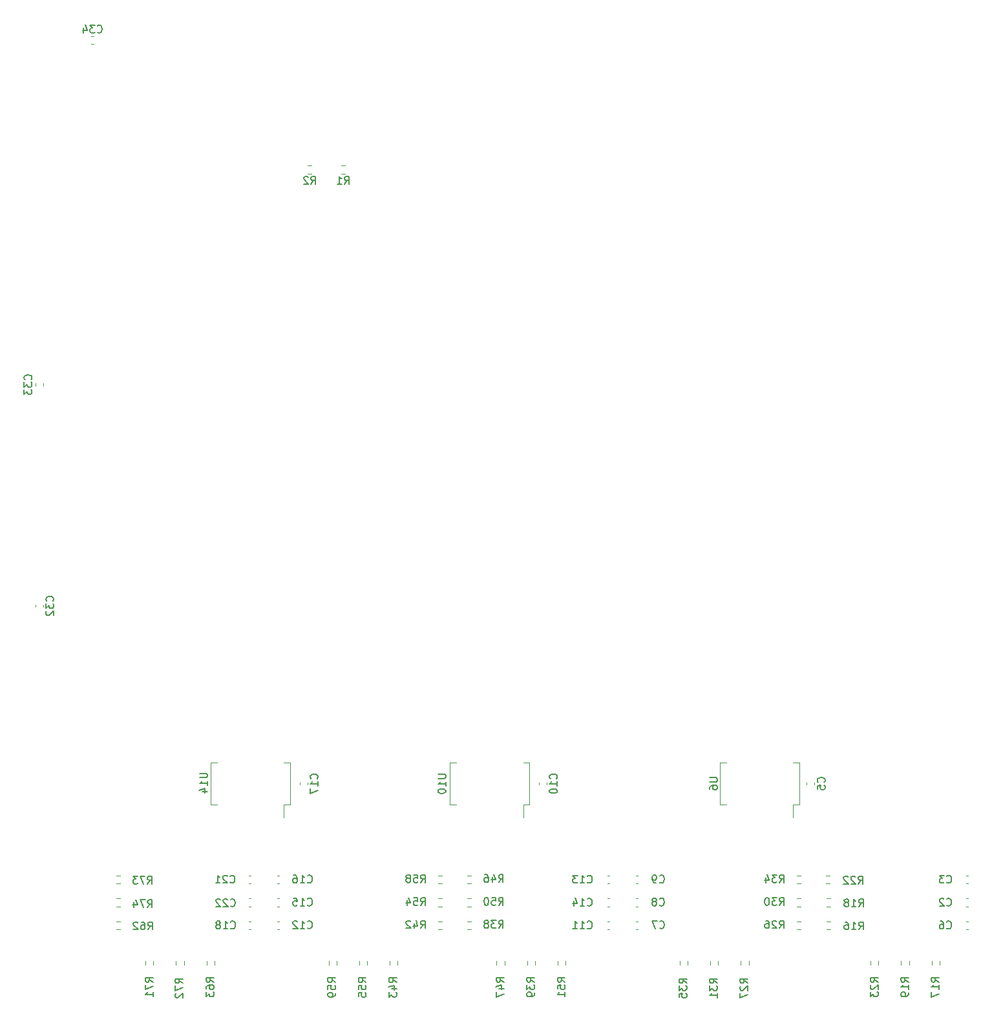
<source format=gbo>
%TF.GenerationSoftware,KiCad,Pcbnew,(5.1.9-0-10_14)*%
%TF.CreationDate,2021-08-20T09:49:49+02:00*%
%TF.ProjectId,MechanicalTheatre,4d656368-616e-4696-9361-6c5468656174,rev?*%
%TF.SameCoordinates,Original*%
%TF.FileFunction,Legend,Bot*%
%TF.FilePolarity,Positive*%
%FSLAX46Y46*%
G04 Gerber Fmt 4.6, Leading zero omitted, Abs format (unit mm)*
G04 Created by KiCad (PCBNEW (5.1.9-0-10_14)) date 2021-08-20 09:49:49*
%MOMM*%
%LPD*%
G01*
G04 APERTURE LIST*
%ADD10C,0.120000*%
%ADD11C,0.150000*%
%ADD12C,7.000000*%
%ADD13O,1.600000X1.600000*%
%ADD14R,1.600000X1.600000*%
%ADD15O,1.700000X1.700000*%
%ADD16R,1.700000X1.700000*%
%ADD17C,1.524000*%
%ADD18R,1.524000X1.524000*%
%ADD19C,2.000000*%
%ADD20R,2.000000X2.000000*%
%ADD21C,2.500000*%
%ADD22C,1.500000*%
%ADD23C,3.250000*%
%ADD24C,1.600000*%
%ADD25C,1.560000*%
%ADD26R,1.560000X1.560000*%
%ADD27C,2.800000*%
%ADD28R,2.800000X2.800000*%
G04 APERTURE END LIST*
D10*
%TO.C,U14*%
X57012000Y-165416000D02*
X57012000Y-162656000D01*
X57012000Y-162656000D02*
X57852000Y-162656000D01*
X57012000Y-165416000D02*
X57012000Y-168176000D01*
X57012000Y-168176000D02*
X57852000Y-168176000D01*
X67432000Y-165416000D02*
X67432000Y-162656000D01*
X67432000Y-162656000D02*
X66592000Y-162656000D01*
X67432000Y-165416000D02*
X67432000Y-168176000D01*
X67432000Y-168176000D02*
X66592000Y-168176000D01*
X66592000Y-168176000D02*
X66592000Y-169866000D01*
%TO.C,R74*%
X45167224Y-180477500D02*
X44657776Y-180477500D01*
X45167224Y-181522500D02*
X44657776Y-181522500D01*
%TO.C,R73*%
X45167224Y-177477500D02*
X44657776Y-177477500D01*
X45167224Y-178522500D02*
X44657776Y-178522500D01*
%TO.C,R72*%
X52477500Y-188657276D02*
X52477500Y-189166724D01*
X53522500Y-188657276D02*
X53522500Y-189166724D01*
%TO.C,R71*%
X48477500Y-188657276D02*
X48477500Y-189166724D01*
X49522500Y-188657276D02*
X49522500Y-189166724D01*
%TO.C,C34*%
X41676767Y-67518000D02*
X41384233Y-67518000D01*
X41676767Y-68538000D02*
X41384233Y-68538000D01*
%TO.C,C33*%
X34062000Y-112993733D02*
X34062000Y-113286267D01*
X35082000Y-112993733D02*
X35082000Y-113286267D01*
%TO.C,C32*%
X35082000Y-142284267D02*
X35082000Y-141991733D01*
X34062000Y-142284267D02*
X34062000Y-141991733D01*
%TO.C,C22*%
X61991233Y-181510000D02*
X62283767Y-181510000D01*
X61991233Y-180490000D02*
X62283767Y-180490000D01*
%TO.C,C21*%
X61991233Y-178510000D02*
X62283767Y-178510000D01*
X61991233Y-177490000D02*
X62283767Y-177490000D01*
%TO.C,R18*%
X138248724Y-181522500D02*
X137739276Y-181522500D01*
X138248724Y-180477500D02*
X137739276Y-180477500D01*
%TO.C,R19*%
X147477500Y-189166724D02*
X147477500Y-188657276D01*
X148522500Y-189166724D02*
X148522500Y-188657276D01*
%TO.C,U10*%
X97966000Y-168176000D02*
X97966000Y-169866000D01*
X98806000Y-168176000D02*
X97966000Y-168176000D01*
X98806000Y-165416000D02*
X98806000Y-168176000D01*
X98806000Y-162656000D02*
X97966000Y-162656000D01*
X98806000Y-165416000D02*
X98806000Y-162656000D01*
X88386000Y-168176000D02*
X89226000Y-168176000D01*
X88386000Y-165416000D02*
X88386000Y-168176000D01*
X88386000Y-162656000D02*
X89226000Y-162656000D01*
X88386000Y-165416000D02*
X88386000Y-162656000D01*
%TO.C,U6*%
X133291000Y-168176000D02*
X133291000Y-169866000D01*
X134131000Y-168176000D02*
X133291000Y-168176000D01*
X134131000Y-165416000D02*
X134131000Y-168176000D01*
X134131000Y-162656000D02*
X133291000Y-162656000D01*
X134131000Y-165416000D02*
X134131000Y-162656000D01*
X123711000Y-168176000D02*
X124551000Y-168176000D01*
X123711000Y-165416000D02*
X123711000Y-168176000D01*
X123711000Y-162656000D02*
X124551000Y-162656000D01*
X123711000Y-165416000D02*
X123711000Y-162656000D01*
%TO.C,R63*%
X56477500Y-189166724D02*
X56477500Y-188657276D01*
X57522500Y-189166724D02*
X57522500Y-188657276D01*
%TO.C,R62*%
X45167224Y-184522500D02*
X44657776Y-184522500D01*
X45167224Y-183477500D02*
X44657776Y-183477500D01*
%TO.C,R59*%
X72477500Y-189166724D02*
X72477500Y-188657276D01*
X73522500Y-189166724D02*
X73522500Y-188657276D01*
%TO.C,R58*%
X86832776Y-177477500D02*
X87342224Y-177477500D01*
X86832776Y-178522500D02*
X87342224Y-178522500D01*
%TO.C,R55*%
X76477500Y-189166724D02*
X76477500Y-188657276D01*
X77522500Y-189166724D02*
X77522500Y-188657276D01*
%TO.C,R54*%
X86832776Y-180477500D02*
X87342224Y-180477500D01*
X86832776Y-181522500D02*
X87342224Y-181522500D01*
%TO.C,R51*%
X102477500Y-189166724D02*
X102477500Y-188657276D01*
X103522500Y-189166724D02*
X103522500Y-188657276D01*
%TO.C,R50*%
X91167224Y-181522500D02*
X90657776Y-181522500D01*
X91167224Y-180477500D02*
X90657776Y-180477500D01*
%TO.C,R47*%
X94477500Y-189166724D02*
X94477500Y-188657276D01*
X95522500Y-189166724D02*
X95522500Y-188657276D01*
%TO.C,R46*%
X91167224Y-178522500D02*
X90657776Y-178522500D01*
X91167224Y-177477500D02*
X90657776Y-177477500D01*
%TO.C,R43*%
X80477500Y-189166724D02*
X80477500Y-188657276D01*
X81522500Y-189166724D02*
X81522500Y-188657276D01*
%TO.C,R42*%
X86832776Y-183477500D02*
X87342224Y-183477500D01*
X86832776Y-184522500D02*
X87342224Y-184522500D01*
%TO.C,R39*%
X98477500Y-189166724D02*
X98477500Y-188657276D01*
X99522500Y-189166724D02*
X99522500Y-188657276D01*
%TO.C,R38*%
X91167224Y-184522500D02*
X90657776Y-184522500D01*
X91167224Y-183477500D02*
X90657776Y-183477500D01*
%TO.C,R35*%
X118477500Y-189166724D02*
X118477500Y-188657276D01*
X119522500Y-189166724D02*
X119522500Y-188657276D01*
%TO.C,R34*%
X133833276Y-177477500D02*
X134342724Y-177477500D01*
X133833276Y-178522500D02*
X134342724Y-178522500D01*
%TO.C,R31*%
X122477500Y-189166724D02*
X122477500Y-188657276D01*
X123522500Y-189166724D02*
X123522500Y-188657276D01*
%TO.C,R30*%
X133833276Y-180477500D02*
X134342724Y-180477500D01*
X133833276Y-181522500D02*
X134342724Y-181522500D01*
%TO.C,R27*%
X126477500Y-189166724D02*
X126477500Y-188657276D01*
X127522500Y-189166724D02*
X127522500Y-188657276D01*
%TO.C,R26*%
X133833276Y-183477500D02*
X134342724Y-183477500D01*
X133833276Y-184522500D02*
X134342724Y-184522500D01*
%TO.C,R23*%
X143477500Y-189166724D02*
X143477500Y-188657276D01*
X144522500Y-189166724D02*
X144522500Y-188657276D01*
%TO.C,R22*%
X138166724Y-178522500D02*
X137657276Y-178522500D01*
X138166724Y-177477500D02*
X137657276Y-177477500D01*
%TO.C,R17*%
X151477500Y-189166724D02*
X151477500Y-188657276D01*
X152522500Y-189166724D02*
X152522500Y-188657276D01*
%TO.C,R16*%
X138248724Y-184522500D02*
X137739276Y-184522500D01*
X138248724Y-183477500D02*
X137739276Y-183477500D01*
%TO.C,R2*%
X69745276Y-84477500D02*
X70254724Y-84477500D01*
X69745276Y-85522500D02*
X70254724Y-85522500D01*
%TO.C,R1*%
X74130276Y-84477500D02*
X74639724Y-84477500D01*
X74130276Y-85522500D02*
X74639724Y-85522500D01*
%TO.C,C18*%
X61991233Y-183490000D02*
X62283767Y-183490000D01*
X61991233Y-184510000D02*
X62283767Y-184510000D01*
%TO.C,C17*%
X68669000Y-165562267D02*
X68669000Y-165269733D01*
X69689000Y-165562267D02*
X69689000Y-165269733D01*
%TO.C,C16*%
X66008767Y-178510000D02*
X65716233Y-178510000D01*
X66008767Y-177490000D02*
X65716233Y-177490000D01*
%TO.C,C15*%
X66008767Y-181510000D02*
X65716233Y-181510000D01*
X66008767Y-180490000D02*
X65716233Y-180490000D01*
%TO.C,C14*%
X108991733Y-180490000D02*
X109284267Y-180490000D01*
X108991733Y-181510000D02*
X109284267Y-181510000D01*
%TO.C,C13*%
X108991733Y-177490000D02*
X109284267Y-177490000D01*
X108991733Y-178510000D02*
X109284267Y-178510000D01*
%TO.C,C12*%
X66008767Y-184510000D02*
X65716233Y-184510000D01*
X66008767Y-183490000D02*
X65716233Y-183490000D01*
%TO.C,C11*%
X108991733Y-183490000D02*
X109284267Y-183490000D01*
X108991733Y-184510000D02*
X109284267Y-184510000D01*
%TO.C,C10*%
X100032000Y-165562267D02*
X100032000Y-165269733D01*
X101052000Y-165562267D02*
X101052000Y-165269733D01*
%TO.C,C9*%
X113008267Y-178510000D02*
X112715733Y-178510000D01*
X113008267Y-177490000D02*
X112715733Y-177490000D01*
%TO.C,C8*%
X113008267Y-181510000D02*
X112715733Y-181510000D01*
X113008267Y-180490000D02*
X112715733Y-180490000D01*
%TO.C,C7*%
X113008267Y-184510000D02*
X112715733Y-184510000D01*
X113008267Y-183490000D02*
X112715733Y-183490000D01*
%TO.C,C6*%
X155991733Y-183490000D02*
X156284267Y-183490000D01*
X155991733Y-184510000D02*
X156284267Y-184510000D01*
%TO.C,C5*%
X135114000Y-165562267D02*
X135114000Y-165269733D01*
X136134000Y-165562267D02*
X136134000Y-165269733D01*
%TO.C,C3*%
X155991733Y-177490000D02*
X156284267Y-177490000D01*
X155991733Y-178510000D02*
X156284267Y-178510000D01*
%TO.C,C2*%
X155991733Y-180490000D02*
X156284267Y-180490000D01*
X155991733Y-181510000D02*
X156284267Y-181510000D01*
%TO.C,U14*%
D11*
X55578380Y-164084404D02*
X56387904Y-164084404D01*
X56483142Y-164132023D01*
X56530761Y-164179642D01*
X56578380Y-164274880D01*
X56578380Y-164465357D01*
X56530761Y-164560595D01*
X56483142Y-164608214D01*
X56387904Y-164655833D01*
X55578380Y-164655833D01*
X56578380Y-165655833D02*
X56578380Y-165084404D01*
X56578380Y-165370119D02*
X55578380Y-165370119D01*
X55721238Y-165274880D01*
X55816476Y-165179642D01*
X55864095Y-165084404D01*
X55911714Y-166512976D02*
X56578380Y-166512976D01*
X55530761Y-166274880D02*
X56245047Y-166036785D01*
X56245047Y-166655833D01*
%TO.C,R74*%
X48767857Y-181652380D02*
X49101190Y-181176190D01*
X49339285Y-181652380D02*
X49339285Y-180652380D01*
X48958333Y-180652380D01*
X48863095Y-180700000D01*
X48815476Y-180747619D01*
X48767857Y-180842857D01*
X48767857Y-180985714D01*
X48815476Y-181080952D01*
X48863095Y-181128571D01*
X48958333Y-181176190D01*
X49339285Y-181176190D01*
X48434523Y-180652380D02*
X47767857Y-180652380D01*
X48196428Y-181652380D01*
X46958333Y-180985714D02*
X46958333Y-181652380D01*
X47196428Y-180604761D02*
X47434523Y-181319047D01*
X46815476Y-181319047D01*
%TO.C,R73*%
X48756857Y-178552380D02*
X49090190Y-178076190D01*
X49328285Y-178552380D02*
X49328285Y-177552380D01*
X48947333Y-177552380D01*
X48852095Y-177600000D01*
X48804476Y-177647619D01*
X48756857Y-177742857D01*
X48756857Y-177885714D01*
X48804476Y-177980952D01*
X48852095Y-178028571D01*
X48947333Y-178076190D01*
X49328285Y-178076190D01*
X48423523Y-177552380D02*
X47756857Y-177552380D01*
X48185428Y-178552380D01*
X47471142Y-177552380D02*
X46852095Y-177552380D01*
X47185428Y-177933333D01*
X47042571Y-177933333D01*
X46947333Y-177980952D01*
X46899714Y-178028571D01*
X46852095Y-178123809D01*
X46852095Y-178361904D01*
X46899714Y-178457142D01*
X46947333Y-178504761D01*
X47042571Y-178552380D01*
X47328285Y-178552380D01*
X47423523Y-178504761D01*
X47471142Y-178457142D01*
%TO.C,R72*%
X53388380Y-191577142D02*
X52912190Y-191243809D01*
X53388380Y-191005714D02*
X52388380Y-191005714D01*
X52388380Y-191386666D01*
X52436000Y-191481904D01*
X52483619Y-191529523D01*
X52578857Y-191577142D01*
X52721714Y-191577142D01*
X52816952Y-191529523D01*
X52864571Y-191481904D01*
X52912190Y-191386666D01*
X52912190Y-191005714D01*
X52388380Y-191910476D02*
X52388380Y-192577142D01*
X53388380Y-192148571D01*
X52483619Y-192910476D02*
X52436000Y-192958095D01*
X52388380Y-193053333D01*
X52388380Y-193291428D01*
X52436000Y-193386666D01*
X52483619Y-193434285D01*
X52578857Y-193481904D01*
X52674095Y-193481904D01*
X52816952Y-193434285D01*
X53388380Y-192862857D01*
X53388380Y-193481904D01*
%TO.C,R71*%
X49452380Y-191420642D02*
X48976190Y-191087309D01*
X49452380Y-190849214D02*
X48452380Y-190849214D01*
X48452380Y-191230166D01*
X48500000Y-191325404D01*
X48547619Y-191373023D01*
X48642857Y-191420642D01*
X48785714Y-191420642D01*
X48880952Y-191373023D01*
X48928571Y-191325404D01*
X48976190Y-191230166D01*
X48976190Y-190849214D01*
X48452380Y-191753976D02*
X48452380Y-192420642D01*
X49452380Y-191992071D01*
X49452380Y-193325404D02*
X49452380Y-192753976D01*
X49452380Y-193039690D02*
X48452380Y-193039690D01*
X48595238Y-192944452D01*
X48690476Y-192849214D01*
X48738095Y-192753976D01*
%TO.C,C34*%
X42173357Y-66955142D02*
X42220976Y-67002761D01*
X42363833Y-67050380D01*
X42459071Y-67050380D01*
X42601928Y-67002761D01*
X42697166Y-66907523D01*
X42744785Y-66812285D01*
X42792404Y-66621809D01*
X42792404Y-66478952D01*
X42744785Y-66288476D01*
X42697166Y-66193238D01*
X42601928Y-66098000D01*
X42459071Y-66050380D01*
X42363833Y-66050380D01*
X42220976Y-66098000D01*
X42173357Y-66145619D01*
X41840023Y-66050380D02*
X41220976Y-66050380D01*
X41554309Y-66431333D01*
X41411452Y-66431333D01*
X41316214Y-66478952D01*
X41268595Y-66526571D01*
X41220976Y-66621809D01*
X41220976Y-66859904D01*
X41268595Y-66955142D01*
X41316214Y-67002761D01*
X41411452Y-67050380D01*
X41697166Y-67050380D01*
X41792404Y-67002761D01*
X41840023Y-66955142D01*
X40363833Y-66383714D02*
X40363833Y-67050380D01*
X40601928Y-66002761D02*
X40840023Y-66717047D01*
X40220976Y-66717047D01*
%TO.C,C33*%
X33499142Y-112497142D02*
X33546761Y-112449523D01*
X33594380Y-112306666D01*
X33594380Y-112211428D01*
X33546761Y-112068571D01*
X33451523Y-111973333D01*
X33356285Y-111925714D01*
X33165809Y-111878095D01*
X33022952Y-111878095D01*
X32832476Y-111925714D01*
X32737238Y-111973333D01*
X32642000Y-112068571D01*
X32594380Y-112211428D01*
X32594380Y-112306666D01*
X32642000Y-112449523D01*
X32689619Y-112497142D01*
X32594380Y-112830476D02*
X32594380Y-113449523D01*
X32975333Y-113116190D01*
X32975333Y-113259047D01*
X33022952Y-113354285D01*
X33070571Y-113401904D01*
X33165809Y-113449523D01*
X33403904Y-113449523D01*
X33499142Y-113401904D01*
X33546761Y-113354285D01*
X33594380Y-113259047D01*
X33594380Y-112973333D01*
X33546761Y-112878095D01*
X33499142Y-112830476D01*
X32594380Y-113782857D02*
X32594380Y-114401904D01*
X32975333Y-114068571D01*
X32975333Y-114211428D01*
X33022952Y-114306666D01*
X33070571Y-114354285D01*
X33165809Y-114401904D01*
X33403904Y-114401904D01*
X33499142Y-114354285D01*
X33546761Y-114306666D01*
X33594380Y-114211428D01*
X33594380Y-113925714D01*
X33546761Y-113830476D01*
X33499142Y-113782857D01*
%TO.C,C32*%
X36359142Y-141495142D02*
X36406761Y-141447523D01*
X36454380Y-141304666D01*
X36454380Y-141209428D01*
X36406761Y-141066571D01*
X36311523Y-140971333D01*
X36216285Y-140923714D01*
X36025809Y-140876095D01*
X35882952Y-140876095D01*
X35692476Y-140923714D01*
X35597238Y-140971333D01*
X35502000Y-141066571D01*
X35454380Y-141209428D01*
X35454380Y-141304666D01*
X35502000Y-141447523D01*
X35549619Y-141495142D01*
X35454380Y-141828476D02*
X35454380Y-142447523D01*
X35835333Y-142114190D01*
X35835333Y-142257047D01*
X35882952Y-142352285D01*
X35930571Y-142399904D01*
X36025809Y-142447523D01*
X36263904Y-142447523D01*
X36359142Y-142399904D01*
X36406761Y-142352285D01*
X36454380Y-142257047D01*
X36454380Y-141971333D01*
X36406761Y-141876095D01*
X36359142Y-141828476D01*
X35549619Y-142828476D02*
X35502000Y-142876095D01*
X35454380Y-142971333D01*
X35454380Y-143209428D01*
X35502000Y-143304666D01*
X35549619Y-143352285D01*
X35644857Y-143399904D01*
X35740095Y-143399904D01*
X35882952Y-143352285D01*
X36454380Y-142780857D01*
X36454380Y-143399904D01*
%TO.C,C22*%
X59607857Y-181441142D02*
X59655476Y-181488761D01*
X59798333Y-181536380D01*
X59893571Y-181536380D01*
X60036428Y-181488761D01*
X60131666Y-181393523D01*
X60179285Y-181298285D01*
X60226904Y-181107809D01*
X60226904Y-180964952D01*
X60179285Y-180774476D01*
X60131666Y-180679238D01*
X60036428Y-180584000D01*
X59893571Y-180536380D01*
X59798333Y-180536380D01*
X59655476Y-180584000D01*
X59607857Y-180631619D01*
X59226904Y-180631619D02*
X59179285Y-180584000D01*
X59084047Y-180536380D01*
X58845952Y-180536380D01*
X58750714Y-180584000D01*
X58703095Y-180631619D01*
X58655476Y-180726857D01*
X58655476Y-180822095D01*
X58703095Y-180964952D01*
X59274523Y-181536380D01*
X58655476Y-181536380D01*
X58274523Y-180631619D02*
X58226904Y-180584000D01*
X58131666Y-180536380D01*
X57893571Y-180536380D01*
X57798333Y-180584000D01*
X57750714Y-180631619D01*
X57703095Y-180726857D01*
X57703095Y-180822095D01*
X57750714Y-180964952D01*
X58322142Y-181536380D01*
X57703095Y-181536380D01*
%TO.C,C21*%
X59578857Y-178357142D02*
X59626476Y-178404761D01*
X59769333Y-178452380D01*
X59864571Y-178452380D01*
X60007428Y-178404761D01*
X60102666Y-178309523D01*
X60150285Y-178214285D01*
X60197904Y-178023809D01*
X60197904Y-177880952D01*
X60150285Y-177690476D01*
X60102666Y-177595238D01*
X60007428Y-177500000D01*
X59864571Y-177452380D01*
X59769333Y-177452380D01*
X59626476Y-177500000D01*
X59578857Y-177547619D01*
X59197904Y-177547619D02*
X59150285Y-177500000D01*
X59055047Y-177452380D01*
X58816952Y-177452380D01*
X58721714Y-177500000D01*
X58674095Y-177547619D01*
X58626476Y-177642857D01*
X58626476Y-177738095D01*
X58674095Y-177880952D01*
X59245523Y-178452380D01*
X58626476Y-178452380D01*
X57674095Y-178452380D02*
X58245523Y-178452380D01*
X57959809Y-178452380D02*
X57959809Y-177452380D01*
X58055047Y-177595238D01*
X58150285Y-177690476D01*
X58245523Y-177738095D01*
%TO.C,R18*%
X141938357Y-181552380D02*
X142271690Y-181076190D01*
X142509785Y-181552380D02*
X142509785Y-180552380D01*
X142128833Y-180552380D01*
X142033595Y-180600000D01*
X141985976Y-180647619D01*
X141938357Y-180742857D01*
X141938357Y-180885714D01*
X141985976Y-180980952D01*
X142033595Y-181028571D01*
X142128833Y-181076190D01*
X142509785Y-181076190D01*
X140985976Y-181552380D02*
X141557404Y-181552380D01*
X141271690Y-181552380D02*
X141271690Y-180552380D01*
X141366928Y-180695238D01*
X141462166Y-180790476D01*
X141557404Y-180838095D01*
X140414547Y-180980952D02*
X140509785Y-180933333D01*
X140557404Y-180885714D01*
X140605023Y-180790476D01*
X140605023Y-180742857D01*
X140557404Y-180647619D01*
X140509785Y-180600000D01*
X140414547Y-180552380D01*
X140224071Y-180552380D01*
X140128833Y-180600000D01*
X140081214Y-180647619D01*
X140033595Y-180742857D01*
X140033595Y-180790476D01*
X140081214Y-180885714D01*
X140128833Y-180933333D01*
X140224071Y-180980952D01*
X140414547Y-180980952D01*
X140509785Y-181028571D01*
X140557404Y-181076190D01*
X140605023Y-181171428D01*
X140605023Y-181361904D01*
X140557404Y-181457142D01*
X140509785Y-181504761D01*
X140414547Y-181552380D01*
X140224071Y-181552380D01*
X140128833Y-181504761D01*
X140081214Y-181457142D01*
X140033595Y-181361904D01*
X140033595Y-181171428D01*
X140081214Y-181076190D01*
X140128833Y-181028571D01*
X140224071Y-180980952D01*
%TO.C,R19*%
X148452380Y-191420642D02*
X147976190Y-191087309D01*
X148452380Y-190849214D02*
X147452380Y-190849214D01*
X147452380Y-191230166D01*
X147500000Y-191325404D01*
X147547619Y-191373023D01*
X147642857Y-191420642D01*
X147785714Y-191420642D01*
X147880952Y-191373023D01*
X147928571Y-191325404D01*
X147976190Y-191230166D01*
X147976190Y-190849214D01*
X148452380Y-192373023D02*
X148452380Y-191801595D01*
X148452380Y-192087309D02*
X147452380Y-192087309D01*
X147595238Y-191992071D01*
X147690476Y-191896833D01*
X147738095Y-191801595D01*
X148452380Y-192849214D02*
X148452380Y-193039690D01*
X148404761Y-193134928D01*
X148357142Y-193182547D01*
X148214285Y-193277785D01*
X148023809Y-193325404D01*
X147642857Y-193325404D01*
X147547619Y-193277785D01*
X147500000Y-193230166D01*
X147452380Y-193134928D01*
X147452380Y-192944452D01*
X147500000Y-192849214D01*
X147547619Y-192801595D01*
X147642857Y-192753976D01*
X147880952Y-192753976D01*
X147976190Y-192801595D01*
X148023809Y-192849214D01*
X148071428Y-192944452D01*
X148071428Y-193134928D01*
X148023809Y-193230166D01*
X147976190Y-193277785D01*
X147880952Y-193325404D01*
%TO.C,U10*%
X86814380Y-164173904D02*
X87623904Y-164173904D01*
X87719142Y-164221523D01*
X87766761Y-164269142D01*
X87814380Y-164364380D01*
X87814380Y-164554857D01*
X87766761Y-164650095D01*
X87719142Y-164697714D01*
X87623904Y-164745333D01*
X86814380Y-164745333D01*
X87814380Y-165745333D02*
X87814380Y-165173904D01*
X87814380Y-165459619D02*
X86814380Y-165459619D01*
X86957238Y-165364380D01*
X87052476Y-165269142D01*
X87100095Y-165173904D01*
X86814380Y-166364380D02*
X86814380Y-166459619D01*
X86862000Y-166554857D01*
X86909619Y-166602476D01*
X87004857Y-166650095D01*
X87195333Y-166697714D01*
X87433428Y-166697714D01*
X87623904Y-166650095D01*
X87719142Y-166602476D01*
X87766761Y-166554857D01*
X87814380Y-166459619D01*
X87814380Y-166364380D01*
X87766761Y-166269142D01*
X87719142Y-166221523D01*
X87623904Y-166173904D01*
X87433428Y-166126285D01*
X87195333Y-166126285D01*
X87004857Y-166173904D01*
X86909619Y-166221523D01*
X86862000Y-166269142D01*
X86814380Y-166364380D01*
%TO.C,U6*%
X122404380Y-164650095D02*
X123213904Y-164650095D01*
X123309142Y-164697714D01*
X123356761Y-164745333D01*
X123404380Y-164840571D01*
X123404380Y-165031047D01*
X123356761Y-165126285D01*
X123309142Y-165173904D01*
X123213904Y-165221523D01*
X122404380Y-165221523D01*
X122404380Y-166126285D02*
X122404380Y-165935809D01*
X122452000Y-165840571D01*
X122499619Y-165792952D01*
X122642476Y-165697714D01*
X122832952Y-165650095D01*
X123213904Y-165650095D01*
X123309142Y-165697714D01*
X123356761Y-165745333D01*
X123404380Y-165840571D01*
X123404380Y-166031047D01*
X123356761Y-166126285D01*
X123309142Y-166173904D01*
X123213904Y-166221523D01*
X122975809Y-166221523D01*
X122880571Y-166173904D01*
X122832952Y-166126285D01*
X122785333Y-166031047D01*
X122785333Y-165840571D01*
X122832952Y-165745333D01*
X122880571Y-165697714D01*
X122975809Y-165650095D01*
%TO.C,R63*%
X57452380Y-191420642D02*
X56976190Y-191087309D01*
X57452380Y-190849214D02*
X56452380Y-190849214D01*
X56452380Y-191230166D01*
X56500000Y-191325404D01*
X56547619Y-191373023D01*
X56642857Y-191420642D01*
X56785714Y-191420642D01*
X56880952Y-191373023D01*
X56928571Y-191325404D01*
X56976190Y-191230166D01*
X56976190Y-190849214D01*
X56452380Y-192277785D02*
X56452380Y-192087309D01*
X56500000Y-191992071D01*
X56547619Y-191944452D01*
X56690476Y-191849214D01*
X56880952Y-191801595D01*
X57261904Y-191801595D01*
X57357142Y-191849214D01*
X57404761Y-191896833D01*
X57452380Y-191992071D01*
X57452380Y-192182547D01*
X57404761Y-192277785D01*
X57357142Y-192325404D01*
X57261904Y-192373023D01*
X57023809Y-192373023D01*
X56928571Y-192325404D01*
X56880952Y-192277785D01*
X56833333Y-192182547D01*
X56833333Y-191992071D01*
X56880952Y-191896833D01*
X56928571Y-191849214D01*
X57023809Y-191801595D01*
X56452380Y-192706357D02*
X56452380Y-193325404D01*
X56833333Y-192992071D01*
X56833333Y-193134928D01*
X56880952Y-193230166D01*
X56928571Y-193277785D01*
X57023809Y-193325404D01*
X57261904Y-193325404D01*
X57357142Y-193277785D01*
X57404761Y-193230166D01*
X57452380Y-193134928D01*
X57452380Y-192849214D01*
X57404761Y-192753976D01*
X57357142Y-192706357D01*
%TO.C,R62*%
X48803857Y-184552380D02*
X49137190Y-184076190D01*
X49375285Y-184552380D02*
X49375285Y-183552380D01*
X48994333Y-183552380D01*
X48899095Y-183600000D01*
X48851476Y-183647619D01*
X48803857Y-183742857D01*
X48803857Y-183885714D01*
X48851476Y-183980952D01*
X48899095Y-184028571D01*
X48994333Y-184076190D01*
X49375285Y-184076190D01*
X47946714Y-183552380D02*
X48137190Y-183552380D01*
X48232428Y-183600000D01*
X48280047Y-183647619D01*
X48375285Y-183790476D01*
X48422904Y-183980952D01*
X48422904Y-184361904D01*
X48375285Y-184457142D01*
X48327666Y-184504761D01*
X48232428Y-184552380D01*
X48041952Y-184552380D01*
X47946714Y-184504761D01*
X47899095Y-184457142D01*
X47851476Y-184361904D01*
X47851476Y-184123809D01*
X47899095Y-184028571D01*
X47946714Y-183980952D01*
X48041952Y-183933333D01*
X48232428Y-183933333D01*
X48327666Y-183980952D01*
X48375285Y-184028571D01*
X48422904Y-184123809D01*
X47470523Y-183647619D02*
X47422904Y-183600000D01*
X47327666Y-183552380D01*
X47089571Y-183552380D01*
X46994333Y-183600000D01*
X46946714Y-183647619D01*
X46899095Y-183742857D01*
X46899095Y-183838095D01*
X46946714Y-183980952D01*
X47518142Y-184552380D01*
X46899095Y-184552380D01*
%TO.C,R59*%
X73382380Y-191469142D02*
X72906190Y-191135809D01*
X73382380Y-190897714D02*
X72382380Y-190897714D01*
X72382380Y-191278666D01*
X72430000Y-191373904D01*
X72477619Y-191421523D01*
X72572857Y-191469142D01*
X72715714Y-191469142D01*
X72810952Y-191421523D01*
X72858571Y-191373904D01*
X72906190Y-191278666D01*
X72906190Y-190897714D01*
X72382380Y-192373904D02*
X72382380Y-191897714D01*
X72858571Y-191850095D01*
X72810952Y-191897714D01*
X72763333Y-191992952D01*
X72763333Y-192231047D01*
X72810952Y-192326285D01*
X72858571Y-192373904D01*
X72953809Y-192421523D01*
X73191904Y-192421523D01*
X73287142Y-192373904D01*
X73334761Y-192326285D01*
X73382380Y-192231047D01*
X73382380Y-191992952D01*
X73334761Y-191897714D01*
X73287142Y-191850095D01*
X73382380Y-192897714D02*
X73382380Y-193088190D01*
X73334761Y-193183428D01*
X73287142Y-193231047D01*
X73144285Y-193326285D01*
X72953809Y-193373904D01*
X72572857Y-193373904D01*
X72477619Y-193326285D01*
X72430000Y-193278666D01*
X72382380Y-193183428D01*
X72382380Y-192992952D01*
X72430000Y-192897714D01*
X72477619Y-192850095D01*
X72572857Y-192802476D01*
X72810952Y-192802476D01*
X72906190Y-192850095D01*
X72953809Y-192897714D01*
X73001428Y-192992952D01*
X73001428Y-193183428D01*
X72953809Y-193278666D01*
X72906190Y-193326285D01*
X72810952Y-193373904D01*
%TO.C,R58*%
X84530357Y-178382380D02*
X84863690Y-177906190D01*
X85101785Y-178382380D02*
X85101785Y-177382380D01*
X84720833Y-177382380D01*
X84625595Y-177430000D01*
X84577976Y-177477619D01*
X84530357Y-177572857D01*
X84530357Y-177715714D01*
X84577976Y-177810952D01*
X84625595Y-177858571D01*
X84720833Y-177906190D01*
X85101785Y-177906190D01*
X83625595Y-177382380D02*
X84101785Y-177382380D01*
X84149404Y-177858571D01*
X84101785Y-177810952D01*
X84006547Y-177763333D01*
X83768452Y-177763333D01*
X83673214Y-177810952D01*
X83625595Y-177858571D01*
X83577976Y-177953809D01*
X83577976Y-178191904D01*
X83625595Y-178287142D01*
X83673214Y-178334761D01*
X83768452Y-178382380D01*
X84006547Y-178382380D01*
X84101785Y-178334761D01*
X84149404Y-178287142D01*
X83006547Y-177810952D02*
X83101785Y-177763333D01*
X83149404Y-177715714D01*
X83197023Y-177620476D01*
X83197023Y-177572857D01*
X83149404Y-177477619D01*
X83101785Y-177430000D01*
X83006547Y-177382380D01*
X82816071Y-177382380D01*
X82720833Y-177430000D01*
X82673214Y-177477619D01*
X82625595Y-177572857D01*
X82625595Y-177620476D01*
X82673214Y-177715714D01*
X82720833Y-177763333D01*
X82816071Y-177810952D01*
X83006547Y-177810952D01*
X83101785Y-177858571D01*
X83149404Y-177906190D01*
X83197023Y-178001428D01*
X83197023Y-178191904D01*
X83149404Y-178287142D01*
X83101785Y-178334761D01*
X83006547Y-178382380D01*
X82816071Y-178382380D01*
X82720833Y-178334761D01*
X82673214Y-178287142D01*
X82625595Y-178191904D01*
X82625595Y-178001428D01*
X82673214Y-177906190D01*
X82720833Y-177858571D01*
X82816071Y-177810952D01*
%TO.C,R55*%
X77382380Y-191469142D02*
X76906190Y-191135809D01*
X77382380Y-190897714D02*
X76382380Y-190897714D01*
X76382380Y-191278666D01*
X76430000Y-191373904D01*
X76477619Y-191421523D01*
X76572857Y-191469142D01*
X76715714Y-191469142D01*
X76810952Y-191421523D01*
X76858571Y-191373904D01*
X76906190Y-191278666D01*
X76906190Y-190897714D01*
X76382380Y-192373904D02*
X76382380Y-191897714D01*
X76858571Y-191850095D01*
X76810952Y-191897714D01*
X76763333Y-191992952D01*
X76763333Y-192231047D01*
X76810952Y-192326285D01*
X76858571Y-192373904D01*
X76953809Y-192421523D01*
X77191904Y-192421523D01*
X77287142Y-192373904D01*
X77334761Y-192326285D01*
X77382380Y-192231047D01*
X77382380Y-191992952D01*
X77334761Y-191897714D01*
X77287142Y-191850095D01*
X76382380Y-193326285D02*
X76382380Y-192850095D01*
X76858571Y-192802476D01*
X76810952Y-192850095D01*
X76763333Y-192945333D01*
X76763333Y-193183428D01*
X76810952Y-193278666D01*
X76858571Y-193326285D01*
X76953809Y-193373904D01*
X77191904Y-193373904D01*
X77287142Y-193326285D01*
X77334761Y-193278666D01*
X77382380Y-193183428D01*
X77382380Y-192945333D01*
X77334761Y-192850095D01*
X77287142Y-192802476D01*
%TO.C,R54*%
X84530357Y-181382380D02*
X84863690Y-180906190D01*
X85101785Y-181382380D02*
X85101785Y-180382380D01*
X84720833Y-180382380D01*
X84625595Y-180430000D01*
X84577976Y-180477619D01*
X84530357Y-180572857D01*
X84530357Y-180715714D01*
X84577976Y-180810952D01*
X84625595Y-180858571D01*
X84720833Y-180906190D01*
X85101785Y-180906190D01*
X83625595Y-180382380D02*
X84101785Y-180382380D01*
X84149404Y-180858571D01*
X84101785Y-180810952D01*
X84006547Y-180763333D01*
X83768452Y-180763333D01*
X83673214Y-180810952D01*
X83625595Y-180858571D01*
X83577976Y-180953809D01*
X83577976Y-181191904D01*
X83625595Y-181287142D01*
X83673214Y-181334761D01*
X83768452Y-181382380D01*
X84006547Y-181382380D01*
X84101785Y-181334761D01*
X84149404Y-181287142D01*
X82720833Y-180715714D02*
X82720833Y-181382380D01*
X82958928Y-180334761D02*
X83197023Y-181049047D01*
X82577976Y-181049047D01*
%TO.C,R51*%
X103452380Y-191420642D02*
X102976190Y-191087309D01*
X103452380Y-190849214D02*
X102452380Y-190849214D01*
X102452380Y-191230166D01*
X102500000Y-191325404D01*
X102547619Y-191373023D01*
X102642857Y-191420642D01*
X102785714Y-191420642D01*
X102880952Y-191373023D01*
X102928571Y-191325404D01*
X102976190Y-191230166D01*
X102976190Y-190849214D01*
X102452380Y-192325404D02*
X102452380Y-191849214D01*
X102928571Y-191801595D01*
X102880952Y-191849214D01*
X102833333Y-191944452D01*
X102833333Y-192182547D01*
X102880952Y-192277785D01*
X102928571Y-192325404D01*
X103023809Y-192373023D01*
X103261904Y-192373023D01*
X103357142Y-192325404D01*
X103404761Y-192277785D01*
X103452380Y-192182547D01*
X103452380Y-191944452D01*
X103404761Y-191849214D01*
X103357142Y-191801595D01*
X103452380Y-193325404D02*
X103452380Y-192753976D01*
X103452380Y-193039690D02*
X102452380Y-193039690D01*
X102595238Y-192944452D01*
X102690476Y-192849214D01*
X102738095Y-192753976D01*
%TO.C,R50*%
X94756857Y-181352380D02*
X95090190Y-180876190D01*
X95328285Y-181352380D02*
X95328285Y-180352380D01*
X94947333Y-180352380D01*
X94852095Y-180400000D01*
X94804476Y-180447619D01*
X94756857Y-180542857D01*
X94756857Y-180685714D01*
X94804476Y-180780952D01*
X94852095Y-180828571D01*
X94947333Y-180876190D01*
X95328285Y-180876190D01*
X93852095Y-180352380D02*
X94328285Y-180352380D01*
X94375904Y-180828571D01*
X94328285Y-180780952D01*
X94233047Y-180733333D01*
X93994952Y-180733333D01*
X93899714Y-180780952D01*
X93852095Y-180828571D01*
X93804476Y-180923809D01*
X93804476Y-181161904D01*
X93852095Y-181257142D01*
X93899714Y-181304761D01*
X93994952Y-181352380D01*
X94233047Y-181352380D01*
X94328285Y-181304761D01*
X94375904Y-181257142D01*
X93185428Y-180352380D02*
X93090190Y-180352380D01*
X92994952Y-180400000D01*
X92947333Y-180447619D01*
X92899714Y-180542857D01*
X92852095Y-180733333D01*
X92852095Y-180971428D01*
X92899714Y-181161904D01*
X92947333Y-181257142D01*
X92994952Y-181304761D01*
X93090190Y-181352380D01*
X93185428Y-181352380D01*
X93280666Y-181304761D01*
X93328285Y-181257142D01*
X93375904Y-181161904D01*
X93423523Y-180971428D01*
X93423523Y-180733333D01*
X93375904Y-180542857D01*
X93328285Y-180447619D01*
X93280666Y-180400000D01*
X93185428Y-180352380D01*
%TO.C,R47*%
X95452380Y-191420642D02*
X94976190Y-191087309D01*
X95452380Y-190849214D02*
X94452380Y-190849214D01*
X94452380Y-191230166D01*
X94500000Y-191325404D01*
X94547619Y-191373023D01*
X94642857Y-191420642D01*
X94785714Y-191420642D01*
X94880952Y-191373023D01*
X94928571Y-191325404D01*
X94976190Y-191230166D01*
X94976190Y-190849214D01*
X94785714Y-192277785D02*
X95452380Y-192277785D01*
X94404761Y-192039690D02*
X95119047Y-191801595D01*
X95119047Y-192420642D01*
X94452380Y-192706357D02*
X94452380Y-193373023D01*
X95452380Y-192944452D01*
%TO.C,R46*%
X94756857Y-178352380D02*
X95090190Y-177876190D01*
X95328285Y-178352380D02*
X95328285Y-177352380D01*
X94947333Y-177352380D01*
X94852095Y-177400000D01*
X94804476Y-177447619D01*
X94756857Y-177542857D01*
X94756857Y-177685714D01*
X94804476Y-177780952D01*
X94852095Y-177828571D01*
X94947333Y-177876190D01*
X95328285Y-177876190D01*
X93899714Y-177685714D02*
X93899714Y-178352380D01*
X94137809Y-177304761D02*
X94375904Y-178019047D01*
X93756857Y-178019047D01*
X92947333Y-177352380D02*
X93137809Y-177352380D01*
X93233047Y-177400000D01*
X93280666Y-177447619D01*
X93375904Y-177590476D01*
X93423523Y-177780952D01*
X93423523Y-178161904D01*
X93375904Y-178257142D01*
X93328285Y-178304761D01*
X93233047Y-178352380D01*
X93042571Y-178352380D01*
X92947333Y-178304761D01*
X92899714Y-178257142D01*
X92852095Y-178161904D01*
X92852095Y-177923809D01*
X92899714Y-177828571D01*
X92947333Y-177780952D01*
X93042571Y-177733333D01*
X93233047Y-177733333D01*
X93328285Y-177780952D01*
X93375904Y-177828571D01*
X93423523Y-177923809D01*
%TO.C,R43*%
X81382380Y-191469142D02*
X80906190Y-191135809D01*
X81382380Y-190897714D02*
X80382380Y-190897714D01*
X80382380Y-191278666D01*
X80430000Y-191373904D01*
X80477619Y-191421523D01*
X80572857Y-191469142D01*
X80715714Y-191469142D01*
X80810952Y-191421523D01*
X80858571Y-191373904D01*
X80906190Y-191278666D01*
X80906190Y-190897714D01*
X80715714Y-192326285D02*
X81382380Y-192326285D01*
X80334761Y-192088190D02*
X81049047Y-191850095D01*
X81049047Y-192469142D01*
X80382380Y-192754857D02*
X80382380Y-193373904D01*
X80763333Y-193040571D01*
X80763333Y-193183428D01*
X80810952Y-193278666D01*
X80858571Y-193326285D01*
X80953809Y-193373904D01*
X81191904Y-193373904D01*
X81287142Y-193326285D01*
X81334761Y-193278666D01*
X81382380Y-193183428D01*
X81382380Y-192897714D01*
X81334761Y-192802476D01*
X81287142Y-192754857D01*
%TO.C,R42*%
X84530357Y-184382380D02*
X84863690Y-183906190D01*
X85101785Y-184382380D02*
X85101785Y-183382380D01*
X84720833Y-183382380D01*
X84625595Y-183430000D01*
X84577976Y-183477619D01*
X84530357Y-183572857D01*
X84530357Y-183715714D01*
X84577976Y-183810952D01*
X84625595Y-183858571D01*
X84720833Y-183906190D01*
X85101785Y-183906190D01*
X83673214Y-183715714D02*
X83673214Y-184382380D01*
X83911309Y-183334761D02*
X84149404Y-184049047D01*
X83530357Y-184049047D01*
X83197023Y-183477619D02*
X83149404Y-183430000D01*
X83054166Y-183382380D01*
X82816071Y-183382380D01*
X82720833Y-183430000D01*
X82673214Y-183477619D01*
X82625595Y-183572857D01*
X82625595Y-183668095D01*
X82673214Y-183810952D01*
X83244642Y-184382380D01*
X82625595Y-184382380D01*
%TO.C,R39*%
X99452380Y-191420642D02*
X98976190Y-191087309D01*
X99452380Y-190849214D02*
X98452380Y-190849214D01*
X98452380Y-191230166D01*
X98500000Y-191325404D01*
X98547619Y-191373023D01*
X98642857Y-191420642D01*
X98785714Y-191420642D01*
X98880952Y-191373023D01*
X98928571Y-191325404D01*
X98976190Y-191230166D01*
X98976190Y-190849214D01*
X98452380Y-191753976D02*
X98452380Y-192373023D01*
X98833333Y-192039690D01*
X98833333Y-192182547D01*
X98880952Y-192277785D01*
X98928571Y-192325404D01*
X99023809Y-192373023D01*
X99261904Y-192373023D01*
X99357142Y-192325404D01*
X99404761Y-192277785D01*
X99452380Y-192182547D01*
X99452380Y-191896833D01*
X99404761Y-191801595D01*
X99357142Y-191753976D01*
X99452380Y-192849214D02*
X99452380Y-193039690D01*
X99404761Y-193134928D01*
X99357142Y-193182547D01*
X99214285Y-193277785D01*
X99023809Y-193325404D01*
X98642857Y-193325404D01*
X98547619Y-193277785D01*
X98500000Y-193230166D01*
X98452380Y-193134928D01*
X98452380Y-192944452D01*
X98500000Y-192849214D01*
X98547619Y-192801595D01*
X98642857Y-192753976D01*
X98880952Y-192753976D01*
X98976190Y-192801595D01*
X99023809Y-192849214D01*
X99071428Y-192944452D01*
X99071428Y-193134928D01*
X99023809Y-193230166D01*
X98976190Y-193277785D01*
X98880952Y-193325404D01*
%TO.C,R38*%
X94756857Y-184352380D02*
X95090190Y-183876190D01*
X95328285Y-184352380D02*
X95328285Y-183352380D01*
X94947333Y-183352380D01*
X94852095Y-183400000D01*
X94804476Y-183447619D01*
X94756857Y-183542857D01*
X94756857Y-183685714D01*
X94804476Y-183780952D01*
X94852095Y-183828571D01*
X94947333Y-183876190D01*
X95328285Y-183876190D01*
X94423523Y-183352380D02*
X93804476Y-183352380D01*
X94137809Y-183733333D01*
X93994952Y-183733333D01*
X93899714Y-183780952D01*
X93852095Y-183828571D01*
X93804476Y-183923809D01*
X93804476Y-184161904D01*
X93852095Y-184257142D01*
X93899714Y-184304761D01*
X93994952Y-184352380D01*
X94280666Y-184352380D01*
X94375904Y-184304761D01*
X94423523Y-184257142D01*
X93233047Y-183780952D02*
X93328285Y-183733333D01*
X93375904Y-183685714D01*
X93423523Y-183590476D01*
X93423523Y-183542857D01*
X93375904Y-183447619D01*
X93328285Y-183400000D01*
X93233047Y-183352380D01*
X93042571Y-183352380D01*
X92947333Y-183400000D01*
X92899714Y-183447619D01*
X92852095Y-183542857D01*
X92852095Y-183590476D01*
X92899714Y-183685714D01*
X92947333Y-183733333D01*
X93042571Y-183780952D01*
X93233047Y-183780952D01*
X93328285Y-183828571D01*
X93375904Y-183876190D01*
X93423523Y-183971428D01*
X93423523Y-184161904D01*
X93375904Y-184257142D01*
X93328285Y-184304761D01*
X93233047Y-184352380D01*
X93042571Y-184352380D01*
X92947333Y-184304761D01*
X92899714Y-184257142D01*
X92852095Y-184161904D01*
X92852095Y-183971428D01*
X92899714Y-183876190D01*
X92947333Y-183828571D01*
X93042571Y-183780952D01*
%TO.C,R35*%
X119382380Y-191569142D02*
X118906190Y-191235809D01*
X119382380Y-190997714D02*
X118382380Y-190997714D01*
X118382380Y-191378666D01*
X118430000Y-191473904D01*
X118477619Y-191521523D01*
X118572857Y-191569142D01*
X118715714Y-191569142D01*
X118810952Y-191521523D01*
X118858571Y-191473904D01*
X118906190Y-191378666D01*
X118906190Y-190997714D01*
X118382380Y-191902476D02*
X118382380Y-192521523D01*
X118763333Y-192188190D01*
X118763333Y-192331047D01*
X118810952Y-192426285D01*
X118858571Y-192473904D01*
X118953809Y-192521523D01*
X119191904Y-192521523D01*
X119287142Y-192473904D01*
X119334761Y-192426285D01*
X119382380Y-192331047D01*
X119382380Y-192045333D01*
X119334761Y-191950095D01*
X119287142Y-191902476D01*
X118382380Y-193426285D02*
X118382380Y-192950095D01*
X118858571Y-192902476D01*
X118810952Y-192950095D01*
X118763333Y-193045333D01*
X118763333Y-193283428D01*
X118810952Y-193378666D01*
X118858571Y-193426285D01*
X118953809Y-193473904D01*
X119191904Y-193473904D01*
X119287142Y-193426285D01*
X119334761Y-193378666D01*
X119382380Y-193283428D01*
X119382380Y-193045333D01*
X119334761Y-192950095D01*
X119287142Y-192902476D01*
%TO.C,R34*%
X131530857Y-178382380D02*
X131864190Y-177906190D01*
X132102285Y-178382380D02*
X132102285Y-177382380D01*
X131721333Y-177382380D01*
X131626095Y-177430000D01*
X131578476Y-177477619D01*
X131530857Y-177572857D01*
X131530857Y-177715714D01*
X131578476Y-177810952D01*
X131626095Y-177858571D01*
X131721333Y-177906190D01*
X132102285Y-177906190D01*
X131197523Y-177382380D02*
X130578476Y-177382380D01*
X130911809Y-177763333D01*
X130768952Y-177763333D01*
X130673714Y-177810952D01*
X130626095Y-177858571D01*
X130578476Y-177953809D01*
X130578476Y-178191904D01*
X130626095Y-178287142D01*
X130673714Y-178334761D01*
X130768952Y-178382380D01*
X131054666Y-178382380D01*
X131149904Y-178334761D01*
X131197523Y-178287142D01*
X129721333Y-177715714D02*
X129721333Y-178382380D01*
X129959428Y-177334761D02*
X130197523Y-178049047D01*
X129578476Y-178049047D01*
%TO.C,R31*%
X123382380Y-191569142D02*
X122906190Y-191235809D01*
X123382380Y-190997714D02*
X122382380Y-190997714D01*
X122382380Y-191378666D01*
X122430000Y-191473904D01*
X122477619Y-191521523D01*
X122572857Y-191569142D01*
X122715714Y-191569142D01*
X122810952Y-191521523D01*
X122858571Y-191473904D01*
X122906190Y-191378666D01*
X122906190Y-190997714D01*
X122382380Y-191902476D02*
X122382380Y-192521523D01*
X122763333Y-192188190D01*
X122763333Y-192331047D01*
X122810952Y-192426285D01*
X122858571Y-192473904D01*
X122953809Y-192521523D01*
X123191904Y-192521523D01*
X123287142Y-192473904D01*
X123334761Y-192426285D01*
X123382380Y-192331047D01*
X123382380Y-192045333D01*
X123334761Y-191950095D01*
X123287142Y-191902476D01*
X123382380Y-193473904D02*
X123382380Y-192902476D01*
X123382380Y-193188190D02*
X122382380Y-193188190D01*
X122525238Y-193092952D01*
X122620476Y-192997714D01*
X122668095Y-192902476D01*
%TO.C,R30*%
X131530857Y-181382380D02*
X131864190Y-180906190D01*
X132102285Y-181382380D02*
X132102285Y-180382380D01*
X131721333Y-180382380D01*
X131626095Y-180430000D01*
X131578476Y-180477619D01*
X131530857Y-180572857D01*
X131530857Y-180715714D01*
X131578476Y-180810952D01*
X131626095Y-180858571D01*
X131721333Y-180906190D01*
X132102285Y-180906190D01*
X131197523Y-180382380D02*
X130578476Y-180382380D01*
X130911809Y-180763333D01*
X130768952Y-180763333D01*
X130673714Y-180810952D01*
X130626095Y-180858571D01*
X130578476Y-180953809D01*
X130578476Y-181191904D01*
X130626095Y-181287142D01*
X130673714Y-181334761D01*
X130768952Y-181382380D01*
X131054666Y-181382380D01*
X131149904Y-181334761D01*
X131197523Y-181287142D01*
X129959428Y-180382380D02*
X129864190Y-180382380D01*
X129768952Y-180430000D01*
X129721333Y-180477619D01*
X129673714Y-180572857D01*
X129626095Y-180763333D01*
X129626095Y-181001428D01*
X129673714Y-181191904D01*
X129721333Y-181287142D01*
X129768952Y-181334761D01*
X129864190Y-181382380D01*
X129959428Y-181382380D01*
X130054666Y-181334761D01*
X130102285Y-181287142D01*
X130149904Y-181191904D01*
X130197523Y-181001428D01*
X130197523Y-180763333D01*
X130149904Y-180572857D01*
X130102285Y-180477619D01*
X130054666Y-180430000D01*
X129959428Y-180382380D01*
%TO.C,R27*%
X127382380Y-191569142D02*
X126906190Y-191235809D01*
X127382380Y-190997714D02*
X126382380Y-190997714D01*
X126382380Y-191378666D01*
X126430000Y-191473904D01*
X126477619Y-191521523D01*
X126572857Y-191569142D01*
X126715714Y-191569142D01*
X126810952Y-191521523D01*
X126858571Y-191473904D01*
X126906190Y-191378666D01*
X126906190Y-190997714D01*
X126477619Y-191950095D02*
X126430000Y-191997714D01*
X126382380Y-192092952D01*
X126382380Y-192331047D01*
X126430000Y-192426285D01*
X126477619Y-192473904D01*
X126572857Y-192521523D01*
X126668095Y-192521523D01*
X126810952Y-192473904D01*
X127382380Y-191902476D01*
X127382380Y-192521523D01*
X126382380Y-192854857D02*
X126382380Y-193521523D01*
X127382380Y-193092952D01*
%TO.C,R26*%
X131530857Y-184382380D02*
X131864190Y-183906190D01*
X132102285Y-184382380D02*
X132102285Y-183382380D01*
X131721333Y-183382380D01*
X131626095Y-183430000D01*
X131578476Y-183477619D01*
X131530857Y-183572857D01*
X131530857Y-183715714D01*
X131578476Y-183810952D01*
X131626095Y-183858571D01*
X131721333Y-183906190D01*
X132102285Y-183906190D01*
X131149904Y-183477619D02*
X131102285Y-183430000D01*
X131007047Y-183382380D01*
X130768952Y-183382380D01*
X130673714Y-183430000D01*
X130626095Y-183477619D01*
X130578476Y-183572857D01*
X130578476Y-183668095D01*
X130626095Y-183810952D01*
X131197523Y-184382380D01*
X130578476Y-184382380D01*
X129721333Y-183382380D02*
X129911809Y-183382380D01*
X130007047Y-183430000D01*
X130054666Y-183477619D01*
X130149904Y-183620476D01*
X130197523Y-183810952D01*
X130197523Y-184191904D01*
X130149904Y-184287142D01*
X130102285Y-184334761D01*
X130007047Y-184382380D01*
X129816571Y-184382380D01*
X129721333Y-184334761D01*
X129673714Y-184287142D01*
X129626095Y-184191904D01*
X129626095Y-183953809D01*
X129673714Y-183858571D01*
X129721333Y-183810952D01*
X129816571Y-183763333D01*
X130007047Y-183763333D01*
X130102285Y-183810952D01*
X130149904Y-183858571D01*
X130197523Y-183953809D01*
%TO.C,R23*%
X144452380Y-191420642D02*
X143976190Y-191087309D01*
X144452380Y-190849214D02*
X143452380Y-190849214D01*
X143452380Y-191230166D01*
X143500000Y-191325404D01*
X143547619Y-191373023D01*
X143642857Y-191420642D01*
X143785714Y-191420642D01*
X143880952Y-191373023D01*
X143928571Y-191325404D01*
X143976190Y-191230166D01*
X143976190Y-190849214D01*
X143547619Y-191801595D02*
X143500000Y-191849214D01*
X143452380Y-191944452D01*
X143452380Y-192182547D01*
X143500000Y-192277785D01*
X143547619Y-192325404D01*
X143642857Y-192373023D01*
X143738095Y-192373023D01*
X143880952Y-192325404D01*
X144452380Y-191753976D01*
X144452380Y-192373023D01*
X143452380Y-192706357D02*
X143452380Y-193325404D01*
X143833333Y-192992071D01*
X143833333Y-193134928D01*
X143880952Y-193230166D01*
X143928571Y-193277785D01*
X144023809Y-193325404D01*
X144261904Y-193325404D01*
X144357142Y-193277785D01*
X144404761Y-193230166D01*
X144452380Y-193134928D01*
X144452380Y-192849214D01*
X144404761Y-192753976D01*
X144357142Y-192706357D01*
%TO.C,R22*%
X141856357Y-178552380D02*
X142189690Y-178076190D01*
X142427785Y-178552380D02*
X142427785Y-177552380D01*
X142046833Y-177552380D01*
X141951595Y-177600000D01*
X141903976Y-177647619D01*
X141856357Y-177742857D01*
X141856357Y-177885714D01*
X141903976Y-177980952D01*
X141951595Y-178028571D01*
X142046833Y-178076190D01*
X142427785Y-178076190D01*
X141475404Y-177647619D02*
X141427785Y-177600000D01*
X141332547Y-177552380D01*
X141094452Y-177552380D01*
X140999214Y-177600000D01*
X140951595Y-177647619D01*
X140903976Y-177742857D01*
X140903976Y-177838095D01*
X140951595Y-177980952D01*
X141523023Y-178552380D01*
X140903976Y-178552380D01*
X140523023Y-177647619D02*
X140475404Y-177600000D01*
X140380166Y-177552380D01*
X140142071Y-177552380D01*
X140046833Y-177600000D01*
X139999214Y-177647619D01*
X139951595Y-177742857D01*
X139951595Y-177838095D01*
X139999214Y-177980952D01*
X140570642Y-178552380D01*
X139951595Y-178552380D01*
%TO.C,R17*%
X152452380Y-191420642D02*
X151976190Y-191087309D01*
X152452380Y-190849214D02*
X151452380Y-190849214D01*
X151452380Y-191230166D01*
X151500000Y-191325404D01*
X151547619Y-191373023D01*
X151642857Y-191420642D01*
X151785714Y-191420642D01*
X151880952Y-191373023D01*
X151928571Y-191325404D01*
X151976190Y-191230166D01*
X151976190Y-190849214D01*
X152452380Y-192373023D02*
X152452380Y-191801595D01*
X152452380Y-192087309D02*
X151452380Y-192087309D01*
X151595238Y-191992071D01*
X151690476Y-191896833D01*
X151738095Y-191801595D01*
X151452380Y-192706357D02*
X151452380Y-193373023D01*
X152452380Y-192944452D01*
%TO.C,R16*%
X141938357Y-184552380D02*
X142271690Y-184076190D01*
X142509785Y-184552380D02*
X142509785Y-183552380D01*
X142128833Y-183552380D01*
X142033595Y-183600000D01*
X141985976Y-183647619D01*
X141938357Y-183742857D01*
X141938357Y-183885714D01*
X141985976Y-183980952D01*
X142033595Y-184028571D01*
X142128833Y-184076190D01*
X142509785Y-184076190D01*
X140985976Y-184552380D02*
X141557404Y-184552380D01*
X141271690Y-184552380D02*
X141271690Y-183552380D01*
X141366928Y-183695238D01*
X141462166Y-183790476D01*
X141557404Y-183838095D01*
X140128833Y-183552380D02*
X140319309Y-183552380D01*
X140414547Y-183600000D01*
X140462166Y-183647619D01*
X140557404Y-183790476D01*
X140605023Y-183980952D01*
X140605023Y-184361904D01*
X140557404Y-184457142D01*
X140509785Y-184504761D01*
X140414547Y-184552380D01*
X140224071Y-184552380D01*
X140128833Y-184504761D01*
X140081214Y-184457142D01*
X140033595Y-184361904D01*
X140033595Y-184123809D01*
X140081214Y-184028571D01*
X140128833Y-183980952D01*
X140224071Y-183933333D01*
X140414547Y-183933333D01*
X140509785Y-183980952D01*
X140557404Y-184028571D01*
X140605023Y-184123809D01*
%TO.C,R2*%
X70166666Y-86882380D02*
X70500000Y-86406190D01*
X70738095Y-86882380D02*
X70738095Y-85882380D01*
X70357142Y-85882380D01*
X70261904Y-85930000D01*
X70214285Y-85977619D01*
X70166666Y-86072857D01*
X70166666Y-86215714D01*
X70214285Y-86310952D01*
X70261904Y-86358571D01*
X70357142Y-86406190D01*
X70738095Y-86406190D01*
X69785714Y-85977619D02*
X69738095Y-85930000D01*
X69642857Y-85882380D01*
X69404761Y-85882380D01*
X69309523Y-85930000D01*
X69261904Y-85977619D01*
X69214285Y-86072857D01*
X69214285Y-86168095D01*
X69261904Y-86310952D01*
X69833333Y-86882380D01*
X69214285Y-86882380D01*
%TO.C,R1*%
X74551666Y-86882380D02*
X74885000Y-86406190D01*
X75123095Y-86882380D02*
X75123095Y-85882380D01*
X74742142Y-85882380D01*
X74646904Y-85930000D01*
X74599285Y-85977619D01*
X74551666Y-86072857D01*
X74551666Y-86215714D01*
X74599285Y-86310952D01*
X74646904Y-86358571D01*
X74742142Y-86406190D01*
X75123095Y-86406190D01*
X73599285Y-86882380D02*
X74170714Y-86882380D01*
X73885000Y-86882380D02*
X73885000Y-85882380D01*
X73980238Y-86025238D01*
X74075476Y-86120476D01*
X74170714Y-86168095D01*
%TO.C,C18*%
X59631857Y-184357142D02*
X59679476Y-184404761D01*
X59822333Y-184452380D01*
X59917571Y-184452380D01*
X60060428Y-184404761D01*
X60155666Y-184309523D01*
X60203285Y-184214285D01*
X60250904Y-184023809D01*
X60250904Y-183880952D01*
X60203285Y-183690476D01*
X60155666Y-183595238D01*
X60060428Y-183500000D01*
X59917571Y-183452380D01*
X59822333Y-183452380D01*
X59679476Y-183500000D01*
X59631857Y-183547619D01*
X58679476Y-184452380D02*
X59250904Y-184452380D01*
X58965190Y-184452380D02*
X58965190Y-183452380D01*
X59060428Y-183595238D01*
X59155666Y-183690476D01*
X59250904Y-183738095D01*
X58108047Y-183880952D02*
X58203285Y-183833333D01*
X58250904Y-183785714D01*
X58298523Y-183690476D01*
X58298523Y-183642857D01*
X58250904Y-183547619D01*
X58203285Y-183500000D01*
X58108047Y-183452380D01*
X57917571Y-183452380D01*
X57822333Y-183500000D01*
X57774714Y-183547619D01*
X57727095Y-183642857D01*
X57727095Y-183690476D01*
X57774714Y-183785714D01*
X57822333Y-183833333D01*
X57917571Y-183880952D01*
X58108047Y-183880952D01*
X58203285Y-183928571D01*
X58250904Y-183976190D01*
X58298523Y-184071428D01*
X58298523Y-184261904D01*
X58250904Y-184357142D01*
X58203285Y-184404761D01*
X58108047Y-184452380D01*
X57917571Y-184452380D01*
X57822333Y-184404761D01*
X57774714Y-184357142D01*
X57727095Y-184261904D01*
X57727095Y-184071428D01*
X57774714Y-183976190D01*
X57822333Y-183928571D01*
X57917571Y-183880952D01*
%TO.C,C17*%
X70966142Y-164773142D02*
X71013761Y-164725523D01*
X71061380Y-164582666D01*
X71061380Y-164487428D01*
X71013761Y-164344571D01*
X70918523Y-164249333D01*
X70823285Y-164201714D01*
X70632809Y-164154095D01*
X70489952Y-164154095D01*
X70299476Y-164201714D01*
X70204238Y-164249333D01*
X70109000Y-164344571D01*
X70061380Y-164487428D01*
X70061380Y-164582666D01*
X70109000Y-164725523D01*
X70156619Y-164773142D01*
X71061380Y-165725523D02*
X71061380Y-165154095D01*
X71061380Y-165439809D02*
X70061380Y-165439809D01*
X70204238Y-165344571D01*
X70299476Y-165249333D01*
X70347095Y-165154095D01*
X70061380Y-166058857D02*
X70061380Y-166725523D01*
X71061380Y-166296952D01*
%TO.C,C16*%
X69705357Y-178327142D02*
X69752976Y-178374761D01*
X69895833Y-178422380D01*
X69991071Y-178422380D01*
X70133928Y-178374761D01*
X70229166Y-178279523D01*
X70276785Y-178184285D01*
X70324404Y-177993809D01*
X70324404Y-177850952D01*
X70276785Y-177660476D01*
X70229166Y-177565238D01*
X70133928Y-177470000D01*
X69991071Y-177422380D01*
X69895833Y-177422380D01*
X69752976Y-177470000D01*
X69705357Y-177517619D01*
X68752976Y-178422380D02*
X69324404Y-178422380D01*
X69038690Y-178422380D02*
X69038690Y-177422380D01*
X69133928Y-177565238D01*
X69229166Y-177660476D01*
X69324404Y-177708095D01*
X67895833Y-177422380D02*
X68086309Y-177422380D01*
X68181547Y-177470000D01*
X68229166Y-177517619D01*
X68324404Y-177660476D01*
X68372023Y-177850952D01*
X68372023Y-178231904D01*
X68324404Y-178327142D01*
X68276785Y-178374761D01*
X68181547Y-178422380D01*
X67991071Y-178422380D01*
X67895833Y-178374761D01*
X67848214Y-178327142D01*
X67800595Y-178231904D01*
X67800595Y-177993809D01*
X67848214Y-177898571D01*
X67895833Y-177850952D01*
X67991071Y-177803333D01*
X68181547Y-177803333D01*
X68276785Y-177850952D01*
X68324404Y-177898571D01*
X68372023Y-177993809D01*
%TO.C,C15*%
X69705357Y-181327142D02*
X69752976Y-181374761D01*
X69895833Y-181422380D01*
X69991071Y-181422380D01*
X70133928Y-181374761D01*
X70229166Y-181279523D01*
X70276785Y-181184285D01*
X70324404Y-180993809D01*
X70324404Y-180850952D01*
X70276785Y-180660476D01*
X70229166Y-180565238D01*
X70133928Y-180470000D01*
X69991071Y-180422380D01*
X69895833Y-180422380D01*
X69752976Y-180470000D01*
X69705357Y-180517619D01*
X68752976Y-181422380D02*
X69324404Y-181422380D01*
X69038690Y-181422380D02*
X69038690Y-180422380D01*
X69133928Y-180565238D01*
X69229166Y-180660476D01*
X69324404Y-180708095D01*
X67848214Y-180422380D02*
X68324404Y-180422380D01*
X68372023Y-180898571D01*
X68324404Y-180850952D01*
X68229166Y-180803333D01*
X67991071Y-180803333D01*
X67895833Y-180850952D01*
X67848214Y-180898571D01*
X67800595Y-180993809D01*
X67800595Y-181231904D01*
X67848214Y-181327142D01*
X67895833Y-181374761D01*
X67991071Y-181422380D01*
X68229166Y-181422380D01*
X68324404Y-181374761D01*
X68372023Y-181327142D01*
%TO.C,C14*%
X106378357Y-181357142D02*
X106425976Y-181404761D01*
X106568833Y-181452380D01*
X106664071Y-181452380D01*
X106806928Y-181404761D01*
X106902166Y-181309523D01*
X106949785Y-181214285D01*
X106997404Y-181023809D01*
X106997404Y-180880952D01*
X106949785Y-180690476D01*
X106902166Y-180595238D01*
X106806928Y-180500000D01*
X106664071Y-180452380D01*
X106568833Y-180452380D01*
X106425976Y-180500000D01*
X106378357Y-180547619D01*
X105425976Y-181452380D02*
X105997404Y-181452380D01*
X105711690Y-181452380D02*
X105711690Y-180452380D01*
X105806928Y-180595238D01*
X105902166Y-180690476D01*
X105997404Y-180738095D01*
X104568833Y-180785714D02*
X104568833Y-181452380D01*
X104806928Y-180404761D02*
X105045023Y-181119047D01*
X104425976Y-181119047D01*
%TO.C,C13*%
X106378357Y-178357142D02*
X106425976Y-178404761D01*
X106568833Y-178452380D01*
X106664071Y-178452380D01*
X106806928Y-178404761D01*
X106902166Y-178309523D01*
X106949785Y-178214285D01*
X106997404Y-178023809D01*
X106997404Y-177880952D01*
X106949785Y-177690476D01*
X106902166Y-177595238D01*
X106806928Y-177500000D01*
X106664071Y-177452380D01*
X106568833Y-177452380D01*
X106425976Y-177500000D01*
X106378357Y-177547619D01*
X105425976Y-178452380D02*
X105997404Y-178452380D01*
X105711690Y-178452380D02*
X105711690Y-177452380D01*
X105806928Y-177595238D01*
X105902166Y-177690476D01*
X105997404Y-177738095D01*
X105092642Y-177452380D02*
X104473595Y-177452380D01*
X104806928Y-177833333D01*
X104664071Y-177833333D01*
X104568833Y-177880952D01*
X104521214Y-177928571D01*
X104473595Y-178023809D01*
X104473595Y-178261904D01*
X104521214Y-178357142D01*
X104568833Y-178404761D01*
X104664071Y-178452380D01*
X104949785Y-178452380D01*
X105045023Y-178404761D01*
X105092642Y-178357142D01*
%TO.C,C12*%
X69705357Y-184327142D02*
X69752976Y-184374761D01*
X69895833Y-184422380D01*
X69991071Y-184422380D01*
X70133928Y-184374761D01*
X70229166Y-184279523D01*
X70276785Y-184184285D01*
X70324404Y-183993809D01*
X70324404Y-183850952D01*
X70276785Y-183660476D01*
X70229166Y-183565238D01*
X70133928Y-183470000D01*
X69991071Y-183422380D01*
X69895833Y-183422380D01*
X69752976Y-183470000D01*
X69705357Y-183517619D01*
X68752976Y-184422380D02*
X69324404Y-184422380D01*
X69038690Y-184422380D02*
X69038690Y-183422380D01*
X69133928Y-183565238D01*
X69229166Y-183660476D01*
X69324404Y-183708095D01*
X68372023Y-183517619D02*
X68324404Y-183470000D01*
X68229166Y-183422380D01*
X67991071Y-183422380D01*
X67895833Y-183470000D01*
X67848214Y-183517619D01*
X67800595Y-183612857D01*
X67800595Y-183708095D01*
X67848214Y-183850952D01*
X68419642Y-184422380D01*
X67800595Y-184422380D01*
%TO.C,C11*%
X106378357Y-184357142D02*
X106425976Y-184404761D01*
X106568833Y-184452380D01*
X106664071Y-184452380D01*
X106806928Y-184404761D01*
X106902166Y-184309523D01*
X106949785Y-184214285D01*
X106997404Y-184023809D01*
X106997404Y-183880952D01*
X106949785Y-183690476D01*
X106902166Y-183595238D01*
X106806928Y-183500000D01*
X106664071Y-183452380D01*
X106568833Y-183452380D01*
X106425976Y-183500000D01*
X106378357Y-183547619D01*
X105425976Y-184452380D02*
X105997404Y-184452380D01*
X105711690Y-184452380D02*
X105711690Y-183452380D01*
X105806928Y-183595238D01*
X105902166Y-183690476D01*
X105997404Y-183738095D01*
X104473595Y-184452380D02*
X105045023Y-184452380D01*
X104759309Y-184452380D02*
X104759309Y-183452380D01*
X104854547Y-183595238D01*
X104949785Y-183690476D01*
X105045023Y-183738095D01*
%TO.C,C10*%
X102329142Y-164773142D02*
X102376761Y-164725523D01*
X102424380Y-164582666D01*
X102424380Y-164487428D01*
X102376761Y-164344571D01*
X102281523Y-164249333D01*
X102186285Y-164201714D01*
X101995809Y-164154095D01*
X101852952Y-164154095D01*
X101662476Y-164201714D01*
X101567238Y-164249333D01*
X101472000Y-164344571D01*
X101424380Y-164487428D01*
X101424380Y-164582666D01*
X101472000Y-164725523D01*
X101519619Y-164773142D01*
X102424380Y-165725523D02*
X102424380Y-165154095D01*
X102424380Y-165439809D02*
X101424380Y-165439809D01*
X101567238Y-165344571D01*
X101662476Y-165249333D01*
X101710095Y-165154095D01*
X101424380Y-166344571D02*
X101424380Y-166439809D01*
X101472000Y-166535047D01*
X101519619Y-166582666D01*
X101614857Y-166630285D01*
X101805333Y-166677904D01*
X102043428Y-166677904D01*
X102233904Y-166630285D01*
X102329142Y-166582666D01*
X102376761Y-166535047D01*
X102424380Y-166439809D01*
X102424380Y-166344571D01*
X102376761Y-166249333D01*
X102329142Y-166201714D01*
X102233904Y-166154095D01*
X102043428Y-166106476D01*
X101805333Y-166106476D01*
X101614857Y-166154095D01*
X101519619Y-166201714D01*
X101472000Y-166249333D01*
X101424380Y-166344571D01*
%TO.C,C9*%
X115828666Y-178327142D02*
X115876285Y-178374761D01*
X116019142Y-178422380D01*
X116114380Y-178422380D01*
X116257238Y-178374761D01*
X116352476Y-178279523D01*
X116400095Y-178184285D01*
X116447714Y-177993809D01*
X116447714Y-177850952D01*
X116400095Y-177660476D01*
X116352476Y-177565238D01*
X116257238Y-177470000D01*
X116114380Y-177422380D01*
X116019142Y-177422380D01*
X115876285Y-177470000D01*
X115828666Y-177517619D01*
X115352476Y-178422380D02*
X115162000Y-178422380D01*
X115066761Y-178374761D01*
X115019142Y-178327142D01*
X114923904Y-178184285D01*
X114876285Y-177993809D01*
X114876285Y-177612857D01*
X114923904Y-177517619D01*
X114971523Y-177470000D01*
X115066761Y-177422380D01*
X115257238Y-177422380D01*
X115352476Y-177470000D01*
X115400095Y-177517619D01*
X115447714Y-177612857D01*
X115447714Y-177850952D01*
X115400095Y-177946190D01*
X115352476Y-177993809D01*
X115257238Y-178041428D01*
X115066761Y-178041428D01*
X114971523Y-177993809D01*
X114923904Y-177946190D01*
X114876285Y-177850952D01*
%TO.C,C8*%
X115828666Y-181327142D02*
X115876285Y-181374761D01*
X116019142Y-181422380D01*
X116114380Y-181422380D01*
X116257238Y-181374761D01*
X116352476Y-181279523D01*
X116400095Y-181184285D01*
X116447714Y-180993809D01*
X116447714Y-180850952D01*
X116400095Y-180660476D01*
X116352476Y-180565238D01*
X116257238Y-180470000D01*
X116114380Y-180422380D01*
X116019142Y-180422380D01*
X115876285Y-180470000D01*
X115828666Y-180517619D01*
X115257238Y-180850952D02*
X115352476Y-180803333D01*
X115400095Y-180755714D01*
X115447714Y-180660476D01*
X115447714Y-180612857D01*
X115400095Y-180517619D01*
X115352476Y-180470000D01*
X115257238Y-180422380D01*
X115066761Y-180422380D01*
X114971523Y-180470000D01*
X114923904Y-180517619D01*
X114876285Y-180612857D01*
X114876285Y-180660476D01*
X114923904Y-180755714D01*
X114971523Y-180803333D01*
X115066761Y-180850952D01*
X115257238Y-180850952D01*
X115352476Y-180898571D01*
X115400095Y-180946190D01*
X115447714Y-181041428D01*
X115447714Y-181231904D01*
X115400095Y-181327142D01*
X115352476Y-181374761D01*
X115257238Y-181422380D01*
X115066761Y-181422380D01*
X114971523Y-181374761D01*
X114923904Y-181327142D01*
X114876285Y-181231904D01*
X114876285Y-181041428D01*
X114923904Y-180946190D01*
X114971523Y-180898571D01*
X115066761Y-180850952D01*
%TO.C,C7*%
X115828666Y-184327142D02*
X115876285Y-184374761D01*
X116019142Y-184422380D01*
X116114380Y-184422380D01*
X116257238Y-184374761D01*
X116352476Y-184279523D01*
X116400095Y-184184285D01*
X116447714Y-183993809D01*
X116447714Y-183850952D01*
X116400095Y-183660476D01*
X116352476Y-183565238D01*
X116257238Y-183470000D01*
X116114380Y-183422380D01*
X116019142Y-183422380D01*
X115876285Y-183470000D01*
X115828666Y-183517619D01*
X115495333Y-183422380D02*
X114828666Y-183422380D01*
X115257238Y-184422380D01*
%TO.C,C6*%
X153445166Y-184357142D02*
X153492785Y-184404761D01*
X153635642Y-184452380D01*
X153730880Y-184452380D01*
X153873738Y-184404761D01*
X153968976Y-184309523D01*
X154016595Y-184214285D01*
X154064214Y-184023809D01*
X154064214Y-183880952D01*
X154016595Y-183690476D01*
X153968976Y-183595238D01*
X153873738Y-183500000D01*
X153730880Y-183452380D01*
X153635642Y-183452380D01*
X153492785Y-183500000D01*
X153445166Y-183547619D01*
X152588023Y-183452380D02*
X152778500Y-183452380D01*
X152873738Y-183500000D01*
X152921357Y-183547619D01*
X153016595Y-183690476D01*
X153064214Y-183880952D01*
X153064214Y-184261904D01*
X153016595Y-184357142D01*
X152968976Y-184404761D01*
X152873738Y-184452380D01*
X152683261Y-184452380D01*
X152588023Y-184404761D01*
X152540404Y-184357142D01*
X152492785Y-184261904D01*
X152492785Y-184023809D01*
X152540404Y-183928571D01*
X152588023Y-183880952D01*
X152683261Y-183833333D01*
X152873738Y-183833333D01*
X152968976Y-183880952D01*
X153016595Y-183928571D01*
X153064214Y-184023809D01*
%TO.C,C5*%
X137411142Y-165249333D02*
X137458761Y-165201714D01*
X137506380Y-165058857D01*
X137506380Y-164963619D01*
X137458761Y-164820761D01*
X137363523Y-164725523D01*
X137268285Y-164677904D01*
X137077809Y-164630285D01*
X136934952Y-164630285D01*
X136744476Y-164677904D01*
X136649238Y-164725523D01*
X136554000Y-164820761D01*
X136506380Y-164963619D01*
X136506380Y-165058857D01*
X136554000Y-165201714D01*
X136601619Y-165249333D01*
X136506380Y-166154095D02*
X136506380Y-165677904D01*
X136982571Y-165630285D01*
X136934952Y-165677904D01*
X136887333Y-165773142D01*
X136887333Y-166011238D01*
X136934952Y-166106476D01*
X136982571Y-166154095D01*
X137077809Y-166201714D01*
X137315904Y-166201714D01*
X137411142Y-166154095D01*
X137458761Y-166106476D01*
X137506380Y-166011238D01*
X137506380Y-165773142D01*
X137458761Y-165677904D01*
X137411142Y-165630285D01*
%TO.C,C3*%
X153445166Y-178357142D02*
X153492785Y-178404761D01*
X153635642Y-178452380D01*
X153730880Y-178452380D01*
X153873738Y-178404761D01*
X153968976Y-178309523D01*
X154016595Y-178214285D01*
X154064214Y-178023809D01*
X154064214Y-177880952D01*
X154016595Y-177690476D01*
X153968976Y-177595238D01*
X153873738Y-177500000D01*
X153730880Y-177452380D01*
X153635642Y-177452380D01*
X153492785Y-177500000D01*
X153445166Y-177547619D01*
X153111833Y-177452380D02*
X152492785Y-177452380D01*
X152826119Y-177833333D01*
X152683261Y-177833333D01*
X152588023Y-177880952D01*
X152540404Y-177928571D01*
X152492785Y-178023809D01*
X152492785Y-178261904D01*
X152540404Y-178357142D01*
X152588023Y-178404761D01*
X152683261Y-178452380D01*
X152968976Y-178452380D01*
X153064214Y-178404761D01*
X153111833Y-178357142D01*
%TO.C,C2*%
X153445166Y-181357142D02*
X153492785Y-181404761D01*
X153635642Y-181452380D01*
X153730880Y-181452380D01*
X153873738Y-181404761D01*
X153968976Y-181309523D01*
X154016595Y-181214285D01*
X154064214Y-181023809D01*
X154064214Y-180880952D01*
X154016595Y-180690476D01*
X153968976Y-180595238D01*
X153873738Y-180500000D01*
X153730880Y-180452380D01*
X153635642Y-180452380D01*
X153492785Y-180500000D01*
X153445166Y-180547619D01*
X153064214Y-180547619D02*
X153016595Y-180500000D01*
X152921357Y-180452380D01*
X152683261Y-180452380D01*
X152588023Y-180500000D01*
X152540404Y-180547619D01*
X152492785Y-180642857D01*
X152492785Y-180738095D01*
X152540404Y-180880952D01*
X153111833Y-181452380D01*
X152492785Y-181452380D01*
%TD*%
%LPC*%
D12*
%TO.C,MH2*%
X144000000Y-50000000D03*
%TD*%
%TO.C,MH1*%
X35000000Y-50000000D03*
%TD*%
%TO.C,MH6*%
X35000000Y-160000000D03*
%TD*%
%TO.C,MH5*%
X35000000Y-220000000D03*
%TD*%
%TO.C,MH3*%
X167500000Y-160000000D03*
%TD*%
%TO.C,MH4*%
X167500000Y-220000000D03*
%TD*%
D13*
%TO.C,SW1*%
X110000000Y-79852500D03*
X102380000Y-72232500D03*
X107460000Y-79852500D03*
X104920000Y-72232500D03*
X104920000Y-79852500D03*
X107460000Y-72232500D03*
X102380000Y-79852500D03*
D14*
X110000000Y-72232500D03*
%TD*%
D15*
%TO.C,J4*%
X139000000Y-103460000D03*
D16*
X139000000Y-106000000D03*
%TD*%
D17*
%TO.C,A1*%
X142320000Y-134190000D03*
X142320000Y-136730000D03*
X142320000Y-139270000D03*
D18*
X142320000Y-141810000D03*
D17*
X101680000Y-141810000D03*
X101680000Y-139270000D03*
X101680000Y-136730000D03*
X101680000Y-134190000D03*
%TD*%
D15*
%TO.C,J5*%
X132000000Y-115300000D03*
X129460000Y-115300000D03*
D16*
X126920000Y-115300000D03*
%TD*%
D19*
%TO.C,BZ2*%
X49500000Y-50502000D03*
D20*
X56000000Y-50502000D03*
%TD*%
%TO.C,U14*%
G36*
G01*
X66182000Y-162941000D02*
X65882000Y-162941000D01*
G75*
G02*
X65732000Y-162791000I0J150000D01*
G01*
X65732000Y-161116000D01*
G75*
G02*
X65882000Y-160966000I150000J0D01*
G01*
X66182000Y-160966000D01*
G75*
G02*
X66332000Y-161116000I0J-150000D01*
G01*
X66332000Y-162791000D01*
G75*
G02*
X66182000Y-162941000I-150000J0D01*
G01*
G37*
G36*
G01*
X64912000Y-162941000D02*
X64612000Y-162941000D01*
G75*
G02*
X64462000Y-162791000I0J150000D01*
G01*
X64462000Y-161116000D01*
G75*
G02*
X64612000Y-160966000I150000J0D01*
G01*
X64912000Y-160966000D01*
G75*
G02*
X65062000Y-161116000I0J-150000D01*
G01*
X65062000Y-162791000D01*
G75*
G02*
X64912000Y-162941000I-150000J0D01*
G01*
G37*
G36*
G01*
X63642000Y-162941000D02*
X63342000Y-162941000D01*
G75*
G02*
X63192000Y-162791000I0J150000D01*
G01*
X63192000Y-161116000D01*
G75*
G02*
X63342000Y-160966000I150000J0D01*
G01*
X63642000Y-160966000D01*
G75*
G02*
X63792000Y-161116000I0J-150000D01*
G01*
X63792000Y-162791000D01*
G75*
G02*
X63642000Y-162941000I-150000J0D01*
G01*
G37*
G36*
G01*
X62372000Y-162941000D02*
X62072000Y-162941000D01*
G75*
G02*
X61922000Y-162791000I0J150000D01*
G01*
X61922000Y-161116000D01*
G75*
G02*
X62072000Y-160966000I150000J0D01*
G01*
X62372000Y-160966000D01*
G75*
G02*
X62522000Y-161116000I0J-150000D01*
G01*
X62522000Y-162791000D01*
G75*
G02*
X62372000Y-162941000I-150000J0D01*
G01*
G37*
G36*
G01*
X61102000Y-162941000D02*
X60802000Y-162941000D01*
G75*
G02*
X60652000Y-162791000I0J150000D01*
G01*
X60652000Y-161116000D01*
G75*
G02*
X60802000Y-160966000I150000J0D01*
G01*
X61102000Y-160966000D01*
G75*
G02*
X61252000Y-161116000I0J-150000D01*
G01*
X61252000Y-162791000D01*
G75*
G02*
X61102000Y-162941000I-150000J0D01*
G01*
G37*
G36*
G01*
X59832000Y-162941000D02*
X59532000Y-162941000D01*
G75*
G02*
X59382000Y-162791000I0J150000D01*
G01*
X59382000Y-161116000D01*
G75*
G02*
X59532000Y-160966000I150000J0D01*
G01*
X59832000Y-160966000D01*
G75*
G02*
X59982000Y-161116000I0J-150000D01*
G01*
X59982000Y-162791000D01*
G75*
G02*
X59832000Y-162941000I-150000J0D01*
G01*
G37*
G36*
G01*
X58562000Y-162941000D02*
X58262000Y-162941000D01*
G75*
G02*
X58112000Y-162791000I0J150000D01*
G01*
X58112000Y-161116000D01*
G75*
G02*
X58262000Y-160966000I150000J0D01*
G01*
X58562000Y-160966000D01*
G75*
G02*
X58712000Y-161116000I0J-150000D01*
G01*
X58712000Y-162791000D01*
G75*
G02*
X58562000Y-162941000I-150000J0D01*
G01*
G37*
G36*
G01*
X58562000Y-169866000D02*
X58262000Y-169866000D01*
G75*
G02*
X58112000Y-169716000I0J150000D01*
G01*
X58112000Y-168041000D01*
G75*
G02*
X58262000Y-167891000I150000J0D01*
G01*
X58562000Y-167891000D01*
G75*
G02*
X58712000Y-168041000I0J-150000D01*
G01*
X58712000Y-169716000D01*
G75*
G02*
X58562000Y-169866000I-150000J0D01*
G01*
G37*
G36*
G01*
X59832000Y-169866000D02*
X59532000Y-169866000D01*
G75*
G02*
X59382000Y-169716000I0J150000D01*
G01*
X59382000Y-168041000D01*
G75*
G02*
X59532000Y-167891000I150000J0D01*
G01*
X59832000Y-167891000D01*
G75*
G02*
X59982000Y-168041000I0J-150000D01*
G01*
X59982000Y-169716000D01*
G75*
G02*
X59832000Y-169866000I-150000J0D01*
G01*
G37*
G36*
G01*
X61102000Y-169866000D02*
X60802000Y-169866000D01*
G75*
G02*
X60652000Y-169716000I0J150000D01*
G01*
X60652000Y-168041000D01*
G75*
G02*
X60802000Y-167891000I150000J0D01*
G01*
X61102000Y-167891000D01*
G75*
G02*
X61252000Y-168041000I0J-150000D01*
G01*
X61252000Y-169716000D01*
G75*
G02*
X61102000Y-169866000I-150000J0D01*
G01*
G37*
G36*
G01*
X62372000Y-169866000D02*
X62072000Y-169866000D01*
G75*
G02*
X61922000Y-169716000I0J150000D01*
G01*
X61922000Y-168041000D01*
G75*
G02*
X62072000Y-167891000I150000J0D01*
G01*
X62372000Y-167891000D01*
G75*
G02*
X62522000Y-168041000I0J-150000D01*
G01*
X62522000Y-169716000D01*
G75*
G02*
X62372000Y-169866000I-150000J0D01*
G01*
G37*
G36*
G01*
X63642000Y-169866000D02*
X63342000Y-169866000D01*
G75*
G02*
X63192000Y-169716000I0J150000D01*
G01*
X63192000Y-168041000D01*
G75*
G02*
X63342000Y-167891000I150000J0D01*
G01*
X63642000Y-167891000D01*
G75*
G02*
X63792000Y-168041000I0J-150000D01*
G01*
X63792000Y-169716000D01*
G75*
G02*
X63642000Y-169866000I-150000J0D01*
G01*
G37*
G36*
G01*
X64912000Y-169866000D02*
X64612000Y-169866000D01*
G75*
G02*
X64462000Y-169716000I0J150000D01*
G01*
X64462000Y-168041000D01*
G75*
G02*
X64612000Y-167891000I150000J0D01*
G01*
X64912000Y-167891000D01*
G75*
G02*
X65062000Y-168041000I0J-150000D01*
G01*
X65062000Y-169716000D01*
G75*
G02*
X64912000Y-169866000I-150000J0D01*
G01*
G37*
G36*
G01*
X66182000Y-169866000D02*
X65882000Y-169866000D01*
G75*
G02*
X65732000Y-169716000I0J150000D01*
G01*
X65732000Y-168041000D01*
G75*
G02*
X65882000Y-167891000I150000J0D01*
G01*
X66182000Y-167891000D01*
G75*
G02*
X66332000Y-168041000I0J-150000D01*
G01*
X66332000Y-169716000D01*
G75*
G02*
X66182000Y-169866000I-150000J0D01*
G01*
G37*
%TD*%
%TO.C,R74*%
G36*
G01*
X44487500Y-180762500D02*
X44487500Y-181237500D01*
G75*
G02*
X44250000Y-181475000I-237500J0D01*
G01*
X43750000Y-181475000D01*
G75*
G02*
X43512500Y-181237500I0J237500D01*
G01*
X43512500Y-180762500D01*
G75*
G02*
X43750000Y-180525000I237500J0D01*
G01*
X44250000Y-180525000D01*
G75*
G02*
X44487500Y-180762500I0J-237500D01*
G01*
G37*
G36*
G01*
X46312500Y-180762500D02*
X46312500Y-181237500D01*
G75*
G02*
X46075000Y-181475000I-237500J0D01*
G01*
X45575000Y-181475000D01*
G75*
G02*
X45337500Y-181237500I0J237500D01*
G01*
X45337500Y-180762500D01*
G75*
G02*
X45575000Y-180525000I237500J0D01*
G01*
X46075000Y-180525000D01*
G75*
G02*
X46312500Y-180762500I0J-237500D01*
G01*
G37*
%TD*%
%TO.C,R73*%
G36*
G01*
X44487500Y-177762500D02*
X44487500Y-178237500D01*
G75*
G02*
X44250000Y-178475000I-237500J0D01*
G01*
X43750000Y-178475000D01*
G75*
G02*
X43512500Y-178237500I0J237500D01*
G01*
X43512500Y-177762500D01*
G75*
G02*
X43750000Y-177525000I237500J0D01*
G01*
X44250000Y-177525000D01*
G75*
G02*
X44487500Y-177762500I0J-237500D01*
G01*
G37*
G36*
G01*
X46312500Y-177762500D02*
X46312500Y-178237500D01*
G75*
G02*
X46075000Y-178475000I-237500J0D01*
G01*
X45575000Y-178475000D01*
G75*
G02*
X45337500Y-178237500I0J237500D01*
G01*
X45337500Y-177762500D01*
G75*
G02*
X45575000Y-177525000I237500J0D01*
G01*
X46075000Y-177525000D01*
G75*
G02*
X46312500Y-177762500I0J-237500D01*
G01*
G37*
%TD*%
%TO.C,R72*%
G36*
G01*
X52762500Y-189337000D02*
X53237500Y-189337000D01*
G75*
G02*
X53475000Y-189574500I0J-237500D01*
G01*
X53475000Y-190074500D01*
G75*
G02*
X53237500Y-190312000I-237500J0D01*
G01*
X52762500Y-190312000D01*
G75*
G02*
X52525000Y-190074500I0J237500D01*
G01*
X52525000Y-189574500D01*
G75*
G02*
X52762500Y-189337000I237500J0D01*
G01*
G37*
G36*
G01*
X52762500Y-187512000D02*
X53237500Y-187512000D01*
G75*
G02*
X53475000Y-187749500I0J-237500D01*
G01*
X53475000Y-188249500D01*
G75*
G02*
X53237500Y-188487000I-237500J0D01*
G01*
X52762500Y-188487000D01*
G75*
G02*
X52525000Y-188249500I0J237500D01*
G01*
X52525000Y-187749500D01*
G75*
G02*
X52762500Y-187512000I237500J0D01*
G01*
G37*
%TD*%
%TO.C,R71*%
G36*
G01*
X48762500Y-189337000D02*
X49237500Y-189337000D01*
G75*
G02*
X49475000Y-189574500I0J-237500D01*
G01*
X49475000Y-190074500D01*
G75*
G02*
X49237500Y-190312000I-237500J0D01*
G01*
X48762500Y-190312000D01*
G75*
G02*
X48525000Y-190074500I0J237500D01*
G01*
X48525000Y-189574500D01*
G75*
G02*
X48762500Y-189337000I237500J0D01*
G01*
G37*
G36*
G01*
X48762500Y-187512000D02*
X49237500Y-187512000D01*
G75*
G02*
X49475000Y-187749500I0J-237500D01*
G01*
X49475000Y-188249500D01*
G75*
G02*
X49237500Y-188487000I-237500J0D01*
G01*
X48762500Y-188487000D01*
G75*
G02*
X48525000Y-188249500I0J237500D01*
G01*
X48525000Y-187749500D01*
G75*
G02*
X48762500Y-187512000I237500J0D01*
G01*
G37*
%TD*%
D15*
%TO.C,JP1*%
X136410000Y-96728000D03*
X136410000Y-94188000D03*
D16*
X136410000Y-91648000D03*
%TD*%
D21*
%TO.C,J12*%
X161960000Y-219570000D03*
X103040000Y-219570000D03*
X103040000Y-199540000D03*
X161960000Y-203600000D03*
X103705000Y-205850000D03*
G36*
G01*
X157140000Y-199915000D02*
X157140000Y-199165000D01*
G75*
G02*
X157515000Y-198790000I375000J0D01*
G01*
X158265000Y-198790000D01*
G75*
G02*
X158640000Y-199165000I0J-375000D01*
G01*
X158640000Y-199915000D01*
G75*
G02*
X158265000Y-200290000I-375000J0D01*
G01*
X157515000Y-200290000D01*
G75*
G02*
X157140000Y-199915000I0J375000D01*
G01*
G37*
D22*
X156630000Y-202080000D03*
X155350000Y-199540000D03*
X154090000Y-202080000D03*
X152810000Y-199540000D03*
X151550000Y-202080000D03*
X150270000Y-199540000D03*
X149010000Y-202080000D03*
X109640000Y-202080000D03*
X107100000Y-202080000D03*
X110900000Y-199540000D03*
G36*
G01*
X115230000Y-199915000D02*
X115230000Y-199165000D01*
G75*
G02*
X115605000Y-198790000I375000J0D01*
G01*
X116355000Y-198790000D01*
G75*
G02*
X116730000Y-199165000I0J-375000D01*
G01*
X116730000Y-199915000D01*
G75*
G02*
X116355000Y-200290000I-375000J0D01*
G01*
X115605000Y-200290000D01*
G75*
G02*
X115230000Y-199915000I0J375000D01*
G01*
G37*
X108360000Y-199540000D03*
X112180000Y-202080000D03*
X113440000Y-199540000D03*
X114720000Y-202080000D03*
X122330000Y-199540000D03*
G36*
G01*
X129200000Y-199915000D02*
X129200000Y-199165000D01*
G75*
G02*
X129575000Y-198790000I375000J0D01*
G01*
X130325000Y-198790000D01*
G75*
G02*
X130700000Y-199165000I0J-375000D01*
G01*
X130700000Y-199915000D01*
G75*
G02*
X130325000Y-200290000I-375000J0D01*
G01*
X129575000Y-200290000D01*
G75*
G02*
X129200000Y-199915000I0J375000D01*
G01*
G37*
X124870000Y-199540000D03*
X121070000Y-202080000D03*
X123610000Y-202080000D03*
X128690000Y-202080000D03*
X127410000Y-199540000D03*
X126150000Y-202080000D03*
X136300000Y-199540000D03*
G36*
G01*
X143170000Y-199915000D02*
X143170000Y-199165000D01*
G75*
G02*
X143545000Y-198790000I375000J0D01*
G01*
X144295000Y-198790000D01*
G75*
G02*
X144670000Y-199165000I0J-375000D01*
G01*
X144670000Y-199915000D01*
G75*
G02*
X144295000Y-200290000I-375000J0D01*
G01*
X143545000Y-200290000D01*
G75*
G02*
X143170000Y-199915000I0J375000D01*
G01*
G37*
X138840000Y-199540000D03*
X135040000Y-202080000D03*
X137580000Y-202080000D03*
X142660000Y-202080000D03*
X141380000Y-199540000D03*
X140120000Y-202080000D03*
X140120000Y-208650000D03*
X141380000Y-206110000D03*
X142660000Y-208650000D03*
X137580000Y-208650000D03*
G36*
G01*
X134290000Y-209149500D02*
X134290000Y-208150500D01*
G75*
G02*
X134540500Y-207900000I250500J0D01*
G01*
X135539500Y-207900000D01*
G75*
G02*
X135790000Y-208150500I0J-250500D01*
G01*
X135790000Y-209149500D01*
G75*
G02*
X135539500Y-209400000I-250500J0D01*
G01*
X134540500Y-209400000D01*
G75*
G02*
X134290000Y-209149500I0J250500D01*
G01*
G37*
X138840000Y-206110000D03*
X143920000Y-206110000D03*
X136300000Y-206110000D03*
X126150000Y-208650000D03*
X127410000Y-206110000D03*
X128690000Y-208650000D03*
X123610000Y-208650000D03*
G36*
G01*
X120320000Y-209149500D02*
X120320000Y-208150500D01*
G75*
G02*
X120570500Y-207900000I250500J0D01*
G01*
X121569500Y-207900000D01*
G75*
G02*
X121820000Y-208150500I0J-250500D01*
G01*
X121820000Y-209149500D01*
G75*
G02*
X121569500Y-209400000I-250500J0D01*
G01*
X120570500Y-209400000D01*
G75*
G02*
X120320000Y-209149500I0J250500D01*
G01*
G37*
X124870000Y-206110000D03*
X129950000Y-206110000D03*
X122330000Y-206110000D03*
X108360000Y-206110000D03*
X115980000Y-206110000D03*
X110900000Y-206110000D03*
G36*
G01*
X106350000Y-209149500D02*
X106350000Y-208150500D01*
G75*
G02*
X106600500Y-207900000I250500J0D01*
G01*
X107599500Y-207900000D01*
G75*
G02*
X107850000Y-208150500I0J-250500D01*
G01*
X107850000Y-209149500D01*
G75*
G02*
X107599500Y-209400000I-250500J0D01*
G01*
X106600500Y-209400000D01*
G75*
G02*
X106350000Y-209149500I0J250500D01*
G01*
G37*
X109640000Y-208650000D03*
X114720000Y-208650000D03*
X113440000Y-206110000D03*
X112180000Y-208650000D03*
G36*
G01*
X148260000Y-209149500D02*
X148260000Y-208150500D01*
G75*
G02*
X148510500Y-207900000I250500J0D01*
G01*
X149509500Y-207900000D01*
G75*
G02*
X149760000Y-208150500I0J-250500D01*
G01*
X149760000Y-209149500D01*
G75*
G02*
X149509500Y-209400000I-250500J0D01*
G01*
X148510500Y-209400000D01*
G75*
G02*
X148260000Y-209149500I0J250500D01*
G01*
G37*
X150270000Y-206110000D03*
X151550000Y-208650000D03*
X152810000Y-206110000D03*
X154090000Y-208650000D03*
X155350000Y-206110000D03*
X156630000Y-208650000D03*
X157890000Y-206110000D03*
D21*
X161295000Y-209150000D03*
D23*
X105830000Y-215000000D03*
X159170000Y-215000000D03*
%TD*%
D15*
%TO.C,J6*%
X130980000Y-94500000D03*
X128440000Y-94500000D03*
D16*
X125900000Y-94500000D03*
%TD*%
%TO.C,C34*%
G36*
G01*
X41205500Y-67790500D02*
X41205500Y-68265500D01*
G75*
G02*
X40968000Y-68503000I-237500J0D01*
G01*
X40368000Y-68503000D01*
G75*
G02*
X40130500Y-68265500I0J237500D01*
G01*
X40130500Y-67790500D01*
G75*
G02*
X40368000Y-67553000I237500J0D01*
G01*
X40968000Y-67553000D01*
G75*
G02*
X41205500Y-67790500I0J-237500D01*
G01*
G37*
G36*
G01*
X42930500Y-67790500D02*
X42930500Y-68265500D01*
G75*
G02*
X42693000Y-68503000I-237500J0D01*
G01*
X42093000Y-68503000D01*
G75*
G02*
X41855500Y-68265500I0J237500D01*
G01*
X41855500Y-67790500D01*
G75*
G02*
X42093000Y-67553000I237500J0D01*
G01*
X42693000Y-67553000D01*
G75*
G02*
X42930500Y-67790500I0J-237500D01*
G01*
G37*
%TD*%
%TO.C,C33*%
G36*
G01*
X34334500Y-113465000D02*
X34809500Y-113465000D01*
G75*
G02*
X35047000Y-113702500I0J-237500D01*
G01*
X35047000Y-114302500D01*
G75*
G02*
X34809500Y-114540000I-237500J0D01*
G01*
X34334500Y-114540000D01*
G75*
G02*
X34097000Y-114302500I0J237500D01*
G01*
X34097000Y-113702500D01*
G75*
G02*
X34334500Y-113465000I237500J0D01*
G01*
G37*
G36*
G01*
X34334500Y-111740000D02*
X34809500Y-111740000D01*
G75*
G02*
X35047000Y-111977500I0J-237500D01*
G01*
X35047000Y-112577500D01*
G75*
G02*
X34809500Y-112815000I-237500J0D01*
G01*
X34334500Y-112815000D01*
G75*
G02*
X34097000Y-112577500I0J237500D01*
G01*
X34097000Y-111977500D01*
G75*
G02*
X34334500Y-111740000I237500J0D01*
G01*
G37*
%TD*%
%TO.C,C32*%
G36*
G01*
X34809500Y-141813000D02*
X34334500Y-141813000D01*
G75*
G02*
X34097000Y-141575500I0J237500D01*
G01*
X34097000Y-140975500D01*
G75*
G02*
X34334500Y-140738000I237500J0D01*
G01*
X34809500Y-140738000D01*
G75*
G02*
X35047000Y-140975500I0J-237500D01*
G01*
X35047000Y-141575500D01*
G75*
G02*
X34809500Y-141813000I-237500J0D01*
G01*
G37*
G36*
G01*
X34809500Y-143538000D02*
X34334500Y-143538000D01*
G75*
G02*
X34097000Y-143300500I0J237500D01*
G01*
X34097000Y-142700500D01*
G75*
G02*
X34334500Y-142463000I237500J0D01*
G01*
X34809500Y-142463000D01*
G75*
G02*
X35047000Y-142700500I0J-237500D01*
G01*
X35047000Y-143300500D01*
G75*
G02*
X34809500Y-143538000I-237500J0D01*
G01*
G37*
%TD*%
%TO.C,C22*%
G36*
G01*
X62462500Y-181237500D02*
X62462500Y-180762500D01*
G75*
G02*
X62700000Y-180525000I237500J0D01*
G01*
X63300000Y-180525000D01*
G75*
G02*
X63537500Y-180762500I0J-237500D01*
G01*
X63537500Y-181237500D01*
G75*
G02*
X63300000Y-181475000I-237500J0D01*
G01*
X62700000Y-181475000D01*
G75*
G02*
X62462500Y-181237500I0J237500D01*
G01*
G37*
G36*
G01*
X60737500Y-181237500D02*
X60737500Y-180762500D01*
G75*
G02*
X60975000Y-180525000I237500J0D01*
G01*
X61575000Y-180525000D01*
G75*
G02*
X61812500Y-180762500I0J-237500D01*
G01*
X61812500Y-181237500D01*
G75*
G02*
X61575000Y-181475000I-237500J0D01*
G01*
X60975000Y-181475000D01*
G75*
G02*
X60737500Y-181237500I0J237500D01*
G01*
G37*
%TD*%
%TO.C,C21*%
G36*
G01*
X62462500Y-178237500D02*
X62462500Y-177762500D01*
G75*
G02*
X62700000Y-177525000I237500J0D01*
G01*
X63300000Y-177525000D01*
G75*
G02*
X63537500Y-177762500I0J-237500D01*
G01*
X63537500Y-178237500D01*
G75*
G02*
X63300000Y-178475000I-237500J0D01*
G01*
X62700000Y-178475000D01*
G75*
G02*
X62462500Y-178237500I0J237500D01*
G01*
G37*
G36*
G01*
X60737500Y-178237500D02*
X60737500Y-177762500D01*
G75*
G02*
X60975000Y-177525000I237500J0D01*
G01*
X61575000Y-177525000D01*
G75*
G02*
X61812500Y-177762500I0J-237500D01*
G01*
X61812500Y-178237500D01*
G75*
G02*
X61575000Y-178475000I-237500J0D01*
G01*
X60975000Y-178475000D01*
G75*
G02*
X60737500Y-178237500I0J237500D01*
G01*
G37*
%TD*%
%TO.C,R18*%
G36*
G01*
X137569000Y-180762500D02*
X137569000Y-181237500D01*
G75*
G02*
X137331500Y-181475000I-237500J0D01*
G01*
X136831500Y-181475000D01*
G75*
G02*
X136594000Y-181237500I0J237500D01*
G01*
X136594000Y-180762500D01*
G75*
G02*
X136831500Y-180525000I237500J0D01*
G01*
X137331500Y-180525000D01*
G75*
G02*
X137569000Y-180762500I0J-237500D01*
G01*
G37*
G36*
G01*
X139394000Y-180762500D02*
X139394000Y-181237500D01*
G75*
G02*
X139156500Y-181475000I-237500J0D01*
G01*
X138656500Y-181475000D01*
G75*
G02*
X138419000Y-181237500I0J237500D01*
G01*
X138419000Y-180762500D01*
G75*
G02*
X138656500Y-180525000I237500J0D01*
G01*
X139156500Y-180525000D01*
G75*
G02*
X139394000Y-180762500I0J-237500D01*
G01*
G37*
%TD*%
%TO.C,R19*%
G36*
G01*
X148237500Y-188487000D02*
X147762500Y-188487000D01*
G75*
G02*
X147525000Y-188249500I0J237500D01*
G01*
X147525000Y-187749500D01*
G75*
G02*
X147762500Y-187512000I237500J0D01*
G01*
X148237500Y-187512000D01*
G75*
G02*
X148475000Y-187749500I0J-237500D01*
G01*
X148475000Y-188249500D01*
G75*
G02*
X148237500Y-188487000I-237500J0D01*
G01*
G37*
G36*
G01*
X148237500Y-190312000D02*
X147762500Y-190312000D01*
G75*
G02*
X147525000Y-190074500I0J237500D01*
G01*
X147525000Y-189574500D01*
G75*
G02*
X147762500Y-189337000I237500J0D01*
G01*
X148237500Y-189337000D01*
G75*
G02*
X148475000Y-189574500I0J-237500D01*
G01*
X148475000Y-190074500D01*
G75*
G02*
X148237500Y-190312000I-237500J0D01*
G01*
G37*
%TD*%
D15*
%TO.C,J9*%
X116680000Y-94500000D03*
X114140000Y-94500000D03*
D16*
X111600000Y-94500000D03*
%TD*%
D15*
%TO.C,J8*%
X117620000Y-115270000D03*
X115080000Y-115270000D03*
X112540000Y-115270000D03*
D16*
X110000000Y-115270000D03*
%TD*%
D15*
%TO.C,J3*%
X114000000Y-103460000D03*
D16*
X114000000Y-106000000D03*
%TD*%
D15*
%TO.C,J2*%
X42000000Y-57540000D03*
D16*
X42000000Y-55000000D03*
%TD*%
D24*
%TO.C,U15*%
X34445000Y-105366000D03*
X36985000Y-105366000D03*
X39525000Y-105366000D03*
X42065000Y-105366000D03*
X44605000Y-105366000D03*
X47145000Y-105366000D03*
X49685000Y-105366000D03*
X52225000Y-105366000D03*
X54765000Y-105366000D03*
X57305000Y-105366000D03*
X59845000Y-105366000D03*
X62385000Y-105366000D03*
X64925000Y-105366000D03*
X67465000Y-105366000D03*
D14*
X34445000Y-120606000D03*
D24*
X36985000Y-120606000D03*
X39525000Y-120606000D03*
X42065000Y-120606000D03*
X44605000Y-120606000D03*
X47145000Y-120606000D03*
X49685000Y-120606000D03*
X52225000Y-120606000D03*
X54765000Y-120606000D03*
X57305000Y-120606000D03*
X59845000Y-120606000D03*
X62385000Y-120606000D03*
X64925000Y-120606000D03*
X70005000Y-105366000D03*
X72545000Y-105366000D03*
X75085000Y-105366000D03*
X77625000Y-105366000D03*
X80165000Y-105366000D03*
X82705000Y-105366000D03*
X85245000Y-105366000D03*
X87785000Y-105366000D03*
X90325000Y-105366000D03*
X92865000Y-105366000D03*
X92865000Y-120606000D03*
X90325000Y-120606000D03*
X87785000Y-120606000D03*
X85245000Y-120606000D03*
X67465000Y-120606000D03*
X70005000Y-120606000D03*
X72545000Y-120606000D03*
X82705000Y-120606000D03*
X80165000Y-120606000D03*
X77625000Y-120606000D03*
X75085000Y-120606000D03*
%TD*%
%TO.C,U10*%
G36*
G01*
X97556000Y-162941000D02*
X97256000Y-162941000D01*
G75*
G02*
X97106000Y-162791000I0J150000D01*
G01*
X97106000Y-161116000D01*
G75*
G02*
X97256000Y-160966000I150000J0D01*
G01*
X97556000Y-160966000D01*
G75*
G02*
X97706000Y-161116000I0J-150000D01*
G01*
X97706000Y-162791000D01*
G75*
G02*
X97556000Y-162941000I-150000J0D01*
G01*
G37*
G36*
G01*
X96286000Y-162941000D02*
X95986000Y-162941000D01*
G75*
G02*
X95836000Y-162791000I0J150000D01*
G01*
X95836000Y-161116000D01*
G75*
G02*
X95986000Y-160966000I150000J0D01*
G01*
X96286000Y-160966000D01*
G75*
G02*
X96436000Y-161116000I0J-150000D01*
G01*
X96436000Y-162791000D01*
G75*
G02*
X96286000Y-162941000I-150000J0D01*
G01*
G37*
G36*
G01*
X95016000Y-162941000D02*
X94716000Y-162941000D01*
G75*
G02*
X94566000Y-162791000I0J150000D01*
G01*
X94566000Y-161116000D01*
G75*
G02*
X94716000Y-160966000I150000J0D01*
G01*
X95016000Y-160966000D01*
G75*
G02*
X95166000Y-161116000I0J-150000D01*
G01*
X95166000Y-162791000D01*
G75*
G02*
X95016000Y-162941000I-150000J0D01*
G01*
G37*
G36*
G01*
X93746000Y-162941000D02*
X93446000Y-162941000D01*
G75*
G02*
X93296000Y-162791000I0J150000D01*
G01*
X93296000Y-161116000D01*
G75*
G02*
X93446000Y-160966000I150000J0D01*
G01*
X93746000Y-160966000D01*
G75*
G02*
X93896000Y-161116000I0J-150000D01*
G01*
X93896000Y-162791000D01*
G75*
G02*
X93746000Y-162941000I-150000J0D01*
G01*
G37*
G36*
G01*
X92476000Y-162941000D02*
X92176000Y-162941000D01*
G75*
G02*
X92026000Y-162791000I0J150000D01*
G01*
X92026000Y-161116000D01*
G75*
G02*
X92176000Y-160966000I150000J0D01*
G01*
X92476000Y-160966000D01*
G75*
G02*
X92626000Y-161116000I0J-150000D01*
G01*
X92626000Y-162791000D01*
G75*
G02*
X92476000Y-162941000I-150000J0D01*
G01*
G37*
G36*
G01*
X91206000Y-162941000D02*
X90906000Y-162941000D01*
G75*
G02*
X90756000Y-162791000I0J150000D01*
G01*
X90756000Y-161116000D01*
G75*
G02*
X90906000Y-160966000I150000J0D01*
G01*
X91206000Y-160966000D01*
G75*
G02*
X91356000Y-161116000I0J-150000D01*
G01*
X91356000Y-162791000D01*
G75*
G02*
X91206000Y-162941000I-150000J0D01*
G01*
G37*
G36*
G01*
X89936000Y-162941000D02*
X89636000Y-162941000D01*
G75*
G02*
X89486000Y-162791000I0J150000D01*
G01*
X89486000Y-161116000D01*
G75*
G02*
X89636000Y-160966000I150000J0D01*
G01*
X89936000Y-160966000D01*
G75*
G02*
X90086000Y-161116000I0J-150000D01*
G01*
X90086000Y-162791000D01*
G75*
G02*
X89936000Y-162941000I-150000J0D01*
G01*
G37*
G36*
G01*
X89936000Y-169866000D02*
X89636000Y-169866000D01*
G75*
G02*
X89486000Y-169716000I0J150000D01*
G01*
X89486000Y-168041000D01*
G75*
G02*
X89636000Y-167891000I150000J0D01*
G01*
X89936000Y-167891000D01*
G75*
G02*
X90086000Y-168041000I0J-150000D01*
G01*
X90086000Y-169716000D01*
G75*
G02*
X89936000Y-169866000I-150000J0D01*
G01*
G37*
G36*
G01*
X91206000Y-169866000D02*
X90906000Y-169866000D01*
G75*
G02*
X90756000Y-169716000I0J150000D01*
G01*
X90756000Y-168041000D01*
G75*
G02*
X90906000Y-167891000I150000J0D01*
G01*
X91206000Y-167891000D01*
G75*
G02*
X91356000Y-168041000I0J-150000D01*
G01*
X91356000Y-169716000D01*
G75*
G02*
X91206000Y-169866000I-150000J0D01*
G01*
G37*
G36*
G01*
X92476000Y-169866000D02*
X92176000Y-169866000D01*
G75*
G02*
X92026000Y-169716000I0J150000D01*
G01*
X92026000Y-168041000D01*
G75*
G02*
X92176000Y-167891000I150000J0D01*
G01*
X92476000Y-167891000D01*
G75*
G02*
X92626000Y-168041000I0J-150000D01*
G01*
X92626000Y-169716000D01*
G75*
G02*
X92476000Y-169866000I-150000J0D01*
G01*
G37*
G36*
G01*
X93746000Y-169866000D02*
X93446000Y-169866000D01*
G75*
G02*
X93296000Y-169716000I0J150000D01*
G01*
X93296000Y-168041000D01*
G75*
G02*
X93446000Y-167891000I150000J0D01*
G01*
X93746000Y-167891000D01*
G75*
G02*
X93896000Y-168041000I0J-150000D01*
G01*
X93896000Y-169716000D01*
G75*
G02*
X93746000Y-169866000I-150000J0D01*
G01*
G37*
G36*
G01*
X95016000Y-169866000D02*
X94716000Y-169866000D01*
G75*
G02*
X94566000Y-169716000I0J150000D01*
G01*
X94566000Y-168041000D01*
G75*
G02*
X94716000Y-167891000I150000J0D01*
G01*
X95016000Y-167891000D01*
G75*
G02*
X95166000Y-168041000I0J-150000D01*
G01*
X95166000Y-169716000D01*
G75*
G02*
X95016000Y-169866000I-150000J0D01*
G01*
G37*
G36*
G01*
X96286000Y-169866000D02*
X95986000Y-169866000D01*
G75*
G02*
X95836000Y-169716000I0J150000D01*
G01*
X95836000Y-168041000D01*
G75*
G02*
X95986000Y-167891000I150000J0D01*
G01*
X96286000Y-167891000D01*
G75*
G02*
X96436000Y-168041000I0J-150000D01*
G01*
X96436000Y-169716000D01*
G75*
G02*
X96286000Y-169866000I-150000J0D01*
G01*
G37*
G36*
G01*
X97556000Y-169866000D02*
X97256000Y-169866000D01*
G75*
G02*
X97106000Y-169716000I0J150000D01*
G01*
X97106000Y-168041000D01*
G75*
G02*
X97256000Y-167891000I150000J0D01*
G01*
X97556000Y-167891000D01*
G75*
G02*
X97706000Y-168041000I0J-150000D01*
G01*
X97706000Y-169716000D01*
G75*
G02*
X97556000Y-169866000I-150000J0D01*
G01*
G37*
%TD*%
%TO.C,U6*%
G36*
G01*
X132881000Y-162941000D02*
X132581000Y-162941000D01*
G75*
G02*
X132431000Y-162791000I0J150000D01*
G01*
X132431000Y-161116000D01*
G75*
G02*
X132581000Y-160966000I150000J0D01*
G01*
X132881000Y-160966000D01*
G75*
G02*
X133031000Y-161116000I0J-150000D01*
G01*
X133031000Y-162791000D01*
G75*
G02*
X132881000Y-162941000I-150000J0D01*
G01*
G37*
G36*
G01*
X131611000Y-162941000D02*
X131311000Y-162941000D01*
G75*
G02*
X131161000Y-162791000I0J150000D01*
G01*
X131161000Y-161116000D01*
G75*
G02*
X131311000Y-160966000I150000J0D01*
G01*
X131611000Y-160966000D01*
G75*
G02*
X131761000Y-161116000I0J-150000D01*
G01*
X131761000Y-162791000D01*
G75*
G02*
X131611000Y-162941000I-150000J0D01*
G01*
G37*
G36*
G01*
X130341000Y-162941000D02*
X130041000Y-162941000D01*
G75*
G02*
X129891000Y-162791000I0J150000D01*
G01*
X129891000Y-161116000D01*
G75*
G02*
X130041000Y-160966000I150000J0D01*
G01*
X130341000Y-160966000D01*
G75*
G02*
X130491000Y-161116000I0J-150000D01*
G01*
X130491000Y-162791000D01*
G75*
G02*
X130341000Y-162941000I-150000J0D01*
G01*
G37*
G36*
G01*
X129071000Y-162941000D02*
X128771000Y-162941000D01*
G75*
G02*
X128621000Y-162791000I0J150000D01*
G01*
X128621000Y-161116000D01*
G75*
G02*
X128771000Y-160966000I150000J0D01*
G01*
X129071000Y-160966000D01*
G75*
G02*
X129221000Y-161116000I0J-150000D01*
G01*
X129221000Y-162791000D01*
G75*
G02*
X129071000Y-162941000I-150000J0D01*
G01*
G37*
G36*
G01*
X127801000Y-162941000D02*
X127501000Y-162941000D01*
G75*
G02*
X127351000Y-162791000I0J150000D01*
G01*
X127351000Y-161116000D01*
G75*
G02*
X127501000Y-160966000I150000J0D01*
G01*
X127801000Y-160966000D01*
G75*
G02*
X127951000Y-161116000I0J-150000D01*
G01*
X127951000Y-162791000D01*
G75*
G02*
X127801000Y-162941000I-150000J0D01*
G01*
G37*
G36*
G01*
X126531000Y-162941000D02*
X126231000Y-162941000D01*
G75*
G02*
X126081000Y-162791000I0J150000D01*
G01*
X126081000Y-161116000D01*
G75*
G02*
X126231000Y-160966000I150000J0D01*
G01*
X126531000Y-160966000D01*
G75*
G02*
X126681000Y-161116000I0J-150000D01*
G01*
X126681000Y-162791000D01*
G75*
G02*
X126531000Y-162941000I-150000J0D01*
G01*
G37*
G36*
G01*
X125261000Y-162941000D02*
X124961000Y-162941000D01*
G75*
G02*
X124811000Y-162791000I0J150000D01*
G01*
X124811000Y-161116000D01*
G75*
G02*
X124961000Y-160966000I150000J0D01*
G01*
X125261000Y-160966000D01*
G75*
G02*
X125411000Y-161116000I0J-150000D01*
G01*
X125411000Y-162791000D01*
G75*
G02*
X125261000Y-162941000I-150000J0D01*
G01*
G37*
G36*
G01*
X125261000Y-169866000D02*
X124961000Y-169866000D01*
G75*
G02*
X124811000Y-169716000I0J150000D01*
G01*
X124811000Y-168041000D01*
G75*
G02*
X124961000Y-167891000I150000J0D01*
G01*
X125261000Y-167891000D01*
G75*
G02*
X125411000Y-168041000I0J-150000D01*
G01*
X125411000Y-169716000D01*
G75*
G02*
X125261000Y-169866000I-150000J0D01*
G01*
G37*
G36*
G01*
X126531000Y-169866000D02*
X126231000Y-169866000D01*
G75*
G02*
X126081000Y-169716000I0J150000D01*
G01*
X126081000Y-168041000D01*
G75*
G02*
X126231000Y-167891000I150000J0D01*
G01*
X126531000Y-167891000D01*
G75*
G02*
X126681000Y-168041000I0J-150000D01*
G01*
X126681000Y-169716000D01*
G75*
G02*
X126531000Y-169866000I-150000J0D01*
G01*
G37*
G36*
G01*
X127801000Y-169866000D02*
X127501000Y-169866000D01*
G75*
G02*
X127351000Y-169716000I0J150000D01*
G01*
X127351000Y-168041000D01*
G75*
G02*
X127501000Y-167891000I150000J0D01*
G01*
X127801000Y-167891000D01*
G75*
G02*
X127951000Y-168041000I0J-150000D01*
G01*
X127951000Y-169716000D01*
G75*
G02*
X127801000Y-169866000I-150000J0D01*
G01*
G37*
G36*
G01*
X129071000Y-169866000D02*
X128771000Y-169866000D01*
G75*
G02*
X128621000Y-169716000I0J150000D01*
G01*
X128621000Y-168041000D01*
G75*
G02*
X128771000Y-167891000I150000J0D01*
G01*
X129071000Y-167891000D01*
G75*
G02*
X129221000Y-168041000I0J-150000D01*
G01*
X129221000Y-169716000D01*
G75*
G02*
X129071000Y-169866000I-150000J0D01*
G01*
G37*
G36*
G01*
X130341000Y-169866000D02*
X130041000Y-169866000D01*
G75*
G02*
X129891000Y-169716000I0J150000D01*
G01*
X129891000Y-168041000D01*
G75*
G02*
X130041000Y-167891000I150000J0D01*
G01*
X130341000Y-167891000D01*
G75*
G02*
X130491000Y-168041000I0J-150000D01*
G01*
X130491000Y-169716000D01*
G75*
G02*
X130341000Y-169866000I-150000J0D01*
G01*
G37*
G36*
G01*
X131611000Y-169866000D02*
X131311000Y-169866000D01*
G75*
G02*
X131161000Y-169716000I0J150000D01*
G01*
X131161000Y-168041000D01*
G75*
G02*
X131311000Y-167891000I150000J0D01*
G01*
X131611000Y-167891000D01*
G75*
G02*
X131761000Y-168041000I0J-150000D01*
G01*
X131761000Y-169716000D01*
G75*
G02*
X131611000Y-169866000I-150000J0D01*
G01*
G37*
G36*
G01*
X132881000Y-169866000D02*
X132581000Y-169866000D01*
G75*
G02*
X132431000Y-169716000I0J150000D01*
G01*
X132431000Y-168041000D01*
G75*
G02*
X132581000Y-167891000I150000J0D01*
G01*
X132881000Y-167891000D01*
G75*
G02*
X133031000Y-168041000I0J-150000D01*
G01*
X133031000Y-169716000D01*
G75*
G02*
X132881000Y-169866000I-150000J0D01*
G01*
G37*
%TD*%
D25*
%TO.C,U2*%
X35028000Y-89110000D03*
X37568000Y-89110000D03*
X40108000Y-89110000D03*
X42648000Y-89110000D03*
X45188000Y-89110000D03*
X47728000Y-89110000D03*
X50268000Y-89110000D03*
X52808000Y-89110000D03*
X55348000Y-89110000D03*
X57888000Y-89110000D03*
X60428000Y-89110000D03*
X62968000Y-89110000D03*
X65508000Y-89110000D03*
X68048000Y-89110000D03*
X70588000Y-89110000D03*
X73128000Y-89110000D03*
X75668000Y-89110000D03*
X78208000Y-89110000D03*
X80748000Y-89110000D03*
X37568000Y-63710000D03*
X40108000Y-63710000D03*
X42648000Y-63710000D03*
X45188000Y-63710000D03*
X47728000Y-63710000D03*
X50268000Y-63710000D03*
X52808000Y-63710000D03*
X55348000Y-63710000D03*
X57888000Y-63710000D03*
X60428000Y-63710000D03*
X62968000Y-63710000D03*
X65508000Y-63710000D03*
X68048000Y-63710000D03*
X70588000Y-63710000D03*
X73128000Y-63710000D03*
X75668000Y-63710000D03*
X35028000Y-63710000D03*
X78208000Y-63710000D03*
D26*
X80748000Y-63710000D03*
%TD*%
%TO.C,R63*%
G36*
G01*
X57237500Y-188487000D02*
X56762500Y-188487000D01*
G75*
G02*
X56525000Y-188249500I0J237500D01*
G01*
X56525000Y-187749500D01*
G75*
G02*
X56762500Y-187512000I237500J0D01*
G01*
X57237500Y-187512000D01*
G75*
G02*
X57475000Y-187749500I0J-237500D01*
G01*
X57475000Y-188249500D01*
G75*
G02*
X57237500Y-188487000I-237500J0D01*
G01*
G37*
G36*
G01*
X57237500Y-190312000D02*
X56762500Y-190312000D01*
G75*
G02*
X56525000Y-190074500I0J237500D01*
G01*
X56525000Y-189574500D01*
G75*
G02*
X56762500Y-189337000I237500J0D01*
G01*
X57237500Y-189337000D01*
G75*
G02*
X57475000Y-189574500I0J-237500D01*
G01*
X57475000Y-190074500D01*
G75*
G02*
X57237500Y-190312000I-237500J0D01*
G01*
G37*
%TD*%
%TO.C,R62*%
G36*
G01*
X44487500Y-183762500D02*
X44487500Y-184237500D01*
G75*
G02*
X44250000Y-184475000I-237500J0D01*
G01*
X43750000Y-184475000D01*
G75*
G02*
X43512500Y-184237500I0J237500D01*
G01*
X43512500Y-183762500D01*
G75*
G02*
X43750000Y-183525000I237500J0D01*
G01*
X44250000Y-183525000D01*
G75*
G02*
X44487500Y-183762500I0J-237500D01*
G01*
G37*
G36*
G01*
X46312500Y-183762500D02*
X46312500Y-184237500D01*
G75*
G02*
X46075000Y-184475000I-237500J0D01*
G01*
X45575000Y-184475000D01*
G75*
G02*
X45337500Y-184237500I0J237500D01*
G01*
X45337500Y-183762500D01*
G75*
G02*
X45575000Y-183525000I237500J0D01*
G01*
X46075000Y-183525000D01*
G75*
G02*
X46312500Y-183762500I0J-237500D01*
G01*
G37*
%TD*%
%TO.C,R59*%
G36*
G01*
X73237500Y-188487000D02*
X72762500Y-188487000D01*
G75*
G02*
X72525000Y-188249500I0J237500D01*
G01*
X72525000Y-187749500D01*
G75*
G02*
X72762500Y-187512000I237500J0D01*
G01*
X73237500Y-187512000D01*
G75*
G02*
X73475000Y-187749500I0J-237500D01*
G01*
X73475000Y-188249500D01*
G75*
G02*
X73237500Y-188487000I-237500J0D01*
G01*
G37*
G36*
G01*
X73237500Y-190312000D02*
X72762500Y-190312000D01*
G75*
G02*
X72525000Y-190074500I0J237500D01*
G01*
X72525000Y-189574500D01*
G75*
G02*
X72762500Y-189337000I237500J0D01*
G01*
X73237500Y-189337000D01*
G75*
G02*
X73475000Y-189574500I0J-237500D01*
G01*
X73475000Y-190074500D01*
G75*
G02*
X73237500Y-190312000I-237500J0D01*
G01*
G37*
%TD*%
%TO.C,R58*%
G36*
G01*
X87512500Y-178237500D02*
X87512500Y-177762500D01*
G75*
G02*
X87750000Y-177525000I237500J0D01*
G01*
X88250000Y-177525000D01*
G75*
G02*
X88487500Y-177762500I0J-237500D01*
G01*
X88487500Y-178237500D01*
G75*
G02*
X88250000Y-178475000I-237500J0D01*
G01*
X87750000Y-178475000D01*
G75*
G02*
X87512500Y-178237500I0J237500D01*
G01*
G37*
G36*
G01*
X85687500Y-178237500D02*
X85687500Y-177762500D01*
G75*
G02*
X85925000Y-177525000I237500J0D01*
G01*
X86425000Y-177525000D01*
G75*
G02*
X86662500Y-177762500I0J-237500D01*
G01*
X86662500Y-178237500D01*
G75*
G02*
X86425000Y-178475000I-237500J0D01*
G01*
X85925000Y-178475000D01*
G75*
G02*
X85687500Y-178237500I0J237500D01*
G01*
G37*
%TD*%
%TO.C,R55*%
G36*
G01*
X77237500Y-188487000D02*
X76762500Y-188487000D01*
G75*
G02*
X76525000Y-188249500I0J237500D01*
G01*
X76525000Y-187749500D01*
G75*
G02*
X76762500Y-187512000I237500J0D01*
G01*
X77237500Y-187512000D01*
G75*
G02*
X77475000Y-187749500I0J-237500D01*
G01*
X77475000Y-188249500D01*
G75*
G02*
X77237500Y-188487000I-237500J0D01*
G01*
G37*
G36*
G01*
X77237500Y-190312000D02*
X76762500Y-190312000D01*
G75*
G02*
X76525000Y-190074500I0J237500D01*
G01*
X76525000Y-189574500D01*
G75*
G02*
X76762500Y-189337000I237500J0D01*
G01*
X77237500Y-189337000D01*
G75*
G02*
X77475000Y-189574500I0J-237500D01*
G01*
X77475000Y-190074500D01*
G75*
G02*
X77237500Y-190312000I-237500J0D01*
G01*
G37*
%TD*%
%TO.C,R54*%
G36*
G01*
X87512500Y-181237500D02*
X87512500Y-180762500D01*
G75*
G02*
X87750000Y-180525000I237500J0D01*
G01*
X88250000Y-180525000D01*
G75*
G02*
X88487500Y-180762500I0J-237500D01*
G01*
X88487500Y-181237500D01*
G75*
G02*
X88250000Y-181475000I-237500J0D01*
G01*
X87750000Y-181475000D01*
G75*
G02*
X87512500Y-181237500I0J237500D01*
G01*
G37*
G36*
G01*
X85687500Y-181237500D02*
X85687500Y-180762500D01*
G75*
G02*
X85925000Y-180525000I237500J0D01*
G01*
X86425000Y-180525000D01*
G75*
G02*
X86662500Y-180762500I0J-237500D01*
G01*
X86662500Y-181237500D01*
G75*
G02*
X86425000Y-181475000I-237500J0D01*
G01*
X85925000Y-181475000D01*
G75*
G02*
X85687500Y-181237500I0J237500D01*
G01*
G37*
%TD*%
%TO.C,R51*%
G36*
G01*
X103237500Y-188487000D02*
X102762500Y-188487000D01*
G75*
G02*
X102525000Y-188249500I0J237500D01*
G01*
X102525000Y-187749500D01*
G75*
G02*
X102762500Y-187512000I237500J0D01*
G01*
X103237500Y-187512000D01*
G75*
G02*
X103475000Y-187749500I0J-237500D01*
G01*
X103475000Y-188249500D01*
G75*
G02*
X103237500Y-188487000I-237500J0D01*
G01*
G37*
G36*
G01*
X103237500Y-190312000D02*
X102762500Y-190312000D01*
G75*
G02*
X102525000Y-190074500I0J237500D01*
G01*
X102525000Y-189574500D01*
G75*
G02*
X102762500Y-189337000I237500J0D01*
G01*
X103237500Y-189337000D01*
G75*
G02*
X103475000Y-189574500I0J-237500D01*
G01*
X103475000Y-190074500D01*
G75*
G02*
X103237500Y-190312000I-237500J0D01*
G01*
G37*
%TD*%
%TO.C,R50*%
G36*
G01*
X90487500Y-180762500D02*
X90487500Y-181237500D01*
G75*
G02*
X90250000Y-181475000I-237500J0D01*
G01*
X89750000Y-181475000D01*
G75*
G02*
X89512500Y-181237500I0J237500D01*
G01*
X89512500Y-180762500D01*
G75*
G02*
X89750000Y-180525000I237500J0D01*
G01*
X90250000Y-180525000D01*
G75*
G02*
X90487500Y-180762500I0J-237500D01*
G01*
G37*
G36*
G01*
X92312500Y-180762500D02*
X92312500Y-181237500D01*
G75*
G02*
X92075000Y-181475000I-237500J0D01*
G01*
X91575000Y-181475000D01*
G75*
G02*
X91337500Y-181237500I0J237500D01*
G01*
X91337500Y-180762500D01*
G75*
G02*
X91575000Y-180525000I237500J0D01*
G01*
X92075000Y-180525000D01*
G75*
G02*
X92312500Y-180762500I0J-237500D01*
G01*
G37*
%TD*%
%TO.C,R47*%
G36*
G01*
X95237500Y-188487000D02*
X94762500Y-188487000D01*
G75*
G02*
X94525000Y-188249500I0J237500D01*
G01*
X94525000Y-187749500D01*
G75*
G02*
X94762500Y-187512000I237500J0D01*
G01*
X95237500Y-187512000D01*
G75*
G02*
X95475000Y-187749500I0J-237500D01*
G01*
X95475000Y-188249500D01*
G75*
G02*
X95237500Y-188487000I-237500J0D01*
G01*
G37*
G36*
G01*
X95237500Y-190312000D02*
X94762500Y-190312000D01*
G75*
G02*
X94525000Y-190074500I0J237500D01*
G01*
X94525000Y-189574500D01*
G75*
G02*
X94762500Y-189337000I237500J0D01*
G01*
X95237500Y-189337000D01*
G75*
G02*
X95475000Y-189574500I0J-237500D01*
G01*
X95475000Y-190074500D01*
G75*
G02*
X95237500Y-190312000I-237500J0D01*
G01*
G37*
%TD*%
%TO.C,R46*%
G36*
G01*
X90487500Y-177762500D02*
X90487500Y-178237500D01*
G75*
G02*
X90250000Y-178475000I-237500J0D01*
G01*
X89750000Y-178475000D01*
G75*
G02*
X89512500Y-178237500I0J237500D01*
G01*
X89512500Y-177762500D01*
G75*
G02*
X89750000Y-177525000I237500J0D01*
G01*
X90250000Y-177525000D01*
G75*
G02*
X90487500Y-177762500I0J-237500D01*
G01*
G37*
G36*
G01*
X92312500Y-177762500D02*
X92312500Y-178237500D01*
G75*
G02*
X92075000Y-178475000I-237500J0D01*
G01*
X91575000Y-178475000D01*
G75*
G02*
X91337500Y-178237500I0J237500D01*
G01*
X91337500Y-177762500D01*
G75*
G02*
X91575000Y-177525000I237500J0D01*
G01*
X92075000Y-177525000D01*
G75*
G02*
X92312500Y-177762500I0J-237500D01*
G01*
G37*
%TD*%
%TO.C,R43*%
G36*
G01*
X81237500Y-188487000D02*
X80762500Y-188487000D01*
G75*
G02*
X80525000Y-188249500I0J237500D01*
G01*
X80525000Y-187749500D01*
G75*
G02*
X80762500Y-187512000I237500J0D01*
G01*
X81237500Y-187512000D01*
G75*
G02*
X81475000Y-187749500I0J-237500D01*
G01*
X81475000Y-188249500D01*
G75*
G02*
X81237500Y-188487000I-237500J0D01*
G01*
G37*
G36*
G01*
X81237500Y-190312000D02*
X80762500Y-190312000D01*
G75*
G02*
X80525000Y-190074500I0J237500D01*
G01*
X80525000Y-189574500D01*
G75*
G02*
X80762500Y-189337000I237500J0D01*
G01*
X81237500Y-189337000D01*
G75*
G02*
X81475000Y-189574500I0J-237500D01*
G01*
X81475000Y-190074500D01*
G75*
G02*
X81237500Y-190312000I-237500J0D01*
G01*
G37*
%TD*%
%TO.C,R42*%
G36*
G01*
X87512500Y-184237500D02*
X87512500Y-183762500D01*
G75*
G02*
X87750000Y-183525000I237500J0D01*
G01*
X88250000Y-183525000D01*
G75*
G02*
X88487500Y-183762500I0J-237500D01*
G01*
X88487500Y-184237500D01*
G75*
G02*
X88250000Y-184475000I-237500J0D01*
G01*
X87750000Y-184475000D01*
G75*
G02*
X87512500Y-184237500I0J237500D01*
G01*
G37*
G36*
G01*
X85687500Y-184237500D02*
X85687500Y-183762500D01*
G75*
G02*
X85925000Y-183525000I237500J0D01*
G01*
X86425000Y-183525000D01*
G75*
G02*
X86662500Y-183762500I0J-237500D01*
G01*
X86662500Y-184237500D01*
G75*
G02*
X86425000Y-184475000I-237500J0D01*
G01*
X85925000Y-184475000D01*
G75*
G02*
X85687500Y-184237500I0J237500D01*
G01*
G37*
%TD*%
%TO.C,R39*%
G36*
G01*
X99237500Y-188487000D02*
X98762500Y-188487000D01*
G75*
G02*
X98525000Y-188249500I0J237500D01*
G01*
X98525000Y-187749500D01*
G75*
G02*
X98762500Y-187512000I237500J0D01*
G01*
X99237500Y-187512000D01*
G75*
G02*
X99475000Y-187749500I0J-237500D01*
G01*
X99475000Y-188249500D01*
G75*
G02*
X99237500Y-188487000I-237500J0D01*
G01*
G37*
G36*
G01*
X99237500Y-190312000D02*
X98762500Y-190312000D01*
G75*
G02*
X98525000Y-190074500I0J237500D01*
G01*
X98525000Y-189574500D01*
G75*
G02*
X98762500Y-189337000I237500J0D01*
G01*
X99237500Y-189337000D01*
G75*
G02*
X99475000Y-189574500I0J-237500D01*
G01*
X99475000Y-190074500D01*
G75*
G02*
X99237500Y-190312000I-237500J0D01*
G01*
G37*
%TD*%
%TO.C,R38*%
G36*
G01*
X90487500Y-183762500D02*
X90487500Y-184237500D01*
G75*
G02*
X90250000Y-184475000I-237500J0D01*
G01*
X89750000Y-184475000D01*
G75*
G02*
X89512500Y-184237500I0J237500D01*
G01*
X89512500Y-183762500D01*
G75*
G02*
X89750000Y-183525000I237500J0D01*
G01*
X90250000Y-183525000D01*
G75*
G02*
X90487500Y-183762500I0J-237500D01*
G01*
G37*
G36*
G01*
X92312500Y-183762500D02*
X92312500Y-184237500D01*
G75*
G02*
X92075000Y-184475000I-237500J0D01*
G01*
X91575000Y-184475000D01*
G75*
G02*
X91337500Y-184237500I0J237500D01*
G01*
X91337500Y-183762500D01*
G75*
G02*
X91575000Y-183525000I237500J0D01*
G01*
X92075000Y-183525000D01*
G75*
G02*
X92312500Y-183762500I0J-237500D01*
G01*
G37*
%TD*%
%TO.C,R35*%
G36*
G01*
X119237500Y-188487000D02*
X118762500Y-188487000D01*
G75*
G02*
X118525000Y-188249500I0J237500D01*
G01*
X118525000Y-187749500D01*
G75*
G02*
X118762500Y-187512000I237500J0D01*
G01*
X119237500Y-187512000D01*
G75*
G02*
X119475000Y-187749500I0J-237500D01*
G01*
X119475000Y-188249500D01*
G75*
G02*
X119237500Y-188487000I-237500J0D01*
G01*
G37*
G36*
G01*
X119237500Y-190312000D02*
X118762500Y-190312000D01*
G75*
G02*
X118525000Y-190074500I0J237500D01*
G01*
X118525000Y-189574500D01*
G75*
G02*
X118762500Y-189337000I237500J0D01*
G01*
X119237500Y-189337000D01*
G75*
G02*
X119475000Y-189574500I0J-237500D01*
G01*
X119475000Y-190074500D01*
G75*
G02*
X119237500Y-190312000I-237500J0D01*
G01*
G37*
%TD*%
%TO.C,R34*%
G36*
G01*
X134513000Y-178237500D02*
X134513000Y-177762500D01*
G75*
G02*
X134750500Y-177525000I237500J0D01*
G01*
X135250500Y-177525000D01*
G75*
G02*
X135488000Y-177762500I0J-237500D01*
G01*
X135488000Y-178237500D01*
G75*
G02*
X135250500Y-178475000I-237500J0D01*
G01*
X134750500Y-178475000D01*
G75*
G02*
X134513000Y-178237500I0J237500D01*
G01*
G37*
G36*
G01*
X132688000Y-178237500D02*
X132688000Y-177762500D01*
G75*
G02*
X132925500Y-177525000I237500J0D01*
G01*
X133425500Y-177525000D01*
G75*
G02*
X133663000Y-177762500I0J-237500D01*
G01*
X133663000Y-178237500D01*
G75*
G02*
X133425500Y-178475000I-237500J0D01*
G01*
X132925500Y-178475000D01*
G75*
G02*
X132688000Y-178237500I0J237500D01*
G01*
G37*
%TD*%
%TO.C,R31*%
G36*
G01*
X123237500Y-188487000D02*
X122762500Y-188487000D01*
G75*
G02*
X122525000Y-188249500I0J237500D01*
G01*
X122525000Y-187749500D01*
G75*
G02*
X122762500Y-187512000I237500J0D01*
G01*
X123237500Y-187512000D01*
G75*
G02*
X123475000Y-187749500I0J-237500D01*
G01*
X123475000Y-188249500D01*
G75*
G02*
X123237500Y-188487000I-237500J0D01*
G01*
G37*
G36*
G01*
X123237500Y-190312000D02*
X122762500Y-190312000D01*
G75*
G02*
X122525000Y-190074500I0J237500D01*
G01*
X122525000Y-189574500D01*
G75*
G02*
X122762500Y-189337000I237500J0D01*
G01*
X123237500Y-189337000D01*
G75*
G02*
X123475000Y-189574500I0J-237500D01*
G01*
X123475000Y-190074500D01*
G75*
G02*
X123237500Y-190312000I-237500J0D01*
G01*
G37*
%TD*%
%TO.C,R30*%
G36*
G01*
X134513000Y-181237500D02*
X134513000Y-180762500D01*
G75*
G02*
X134750500Y-180525000I237500J0D01*
G01*
X135250500Y-180525000D01*
G75*
G02*
X135488000Y-180762500I0J-237500D01*
G01*
X135488000Y-181237500D01*
G75*
G02*
X135250500Y-181475000I-237500J0D01*
G01*
X134750500Y-181475000D01*
G75*
G02*
X134513000Y-181237500I0J237500D01*
G01*
G37*
G36*
G01*
X132688000Y-181237500D02*
X132688000Y-180762500D01*
G75*
G02*
X132925500Y-180525000I237500J0D01*
G01*
X133425500Y-180525000D01*
G75*
G02*
X133663000Y-180762500I0J-237500D01*
G01*
X133663000Y-181237500D01*
G75*
G02*
X133425500Y-181475000I-237500J0D01*
G01*
X132925500Y-181475000D01*
G75*
G02*
X132688000Y-181237500I0J237500D01*
G01*
G37*
%TD*%
%TO.C,R27*%
G36*
G01*
X127237500Y-188487000D02*
X126762500Y-188487000D01*
G75*
G02*
X126525000Y-188249500I0J237500D01*
G01*
X126525000Y-187749500D01*
G75*
G02*
X126762500Y-187512000I237500J0D01*
G01*
X127237500Y-187512000D01*
G75*
G02*
X127475000Y-187749500I0J-237500D01*
G01*
X127475000Y-188249500D01*
G75*
G02*
X127237500Y-188487000I-237500J0D01*
G01*
G37*
G36*
G01*
X127237500Y-190312000D02*
X126762500Y-190312000D01*
G75*
G02*
X126525000Y-190074500I0J237500D01*
G01*
X126525000Y-189574500D01*
G75*
G02*
X126762500Y-189337000I237500J0D01*
G01*
X127237500Y-189337000D01*
G75*
G02*
X127475000Y-189574500I0J-237500D01*
G01*
X127475000Y-190074500D01*
G75*
G02*
X127237500Y-190312000I-237500J0D01*
G01*
G37*
%TD*%
%TO.C,R26*%
G36*
G01*
X134513000Y-184237500D02*
X134513000Y-183762500D01*
G75*
G02*
X134750500Y-183525000I237500J0D01*
G01*
X135250500Y-183525000D01*
G75*
G02*
X135488000Y-183762500I0J-237500D01*
G01*
X135488000Y-184237500D01*
G75*
G02*
X135250500Y-184475000I-237500J0D01*
G01*
X134750500Y-184475000D01*
G75*
G02*
X134513000Y-184237500I0J237500D01*
G01*
G37*
G36*
G01*
X132688000Y-184237500D02*
X132688000Y-183762500D01*
G75*
G02*
X132925500Y-183525000I237500J0D01*
G01*
X133425500Y-183525000D01*
G75*
G02*
X133663000Y-183762500I0J-237500D01*
G01*
X133663000Y-184237500D01*
G75*
G02*
X133425500Y-184475000I-237500J0D01*
G01*
X132925500Y-184475000D01*
G75*
G02*
X132688000Y-184237500I0J237500D01*
G01*
G37*
%TD*%
%TO.C,R23*%
G36*
G01*
X144237500Y-188487000D02*
X143762500Y-188487000D01*
G75*
G02*
X143525000Y-188249500I0J237500D01*
G01*
X143525000Y-187749500D01*
G75*
G02*
X143762500Y-187512000I237500J0D01*
G01*
X144237500Y-187512000D01*
G75*
G02*
X144475000Y-187749500I0J-237500D01*
G01*
X144475000Y-188249500D01*
G75*
G02*
X144237500Y-188487000I-237500J0D01*
G01*
G37*
G36*
G01*
X144237500Y-190312000D02*
X143762500Y-190312000D01*
G75*
G02*
X143525000Y-190074500I0J237500D01*
G01*
X143525000Y-189574500D01*
G75*
G02*
X143762500Y-189337000I237500J0D01*
G01*
X144237500Y-189337000D01*
G75*
G02*
X144475000Y-189574500I0J-237500D01*
G01*
X144475000Y-190074500D01*
G75*
G02*
X144237500Y-190312000I-237500J0D01*
G01*
G37*
%TD*%
%TO.C,R22*%
G36*
G01*
X137487000Y-177762500D02*
X137487000Y-178237500D01*
G75*
G02*
X137249500Y-178475000I-237500J0D01*
G01*
X136749500Y-178475000D01*
G75*
G02*
X136512000Y-178237500I0J237500D01*
G01*
X136512000Y-177762500D01*
G75*
G02*
X136749500Y-177525000I237500J0D01*
G01*
X137249500Y-177525000D01*
G75*
G02*
X137487000Y-177762500I0J-237500D01*
G01*
G37*
G36*
G01*
X139312000Y-177762500D02*
X139312000Y-178237500D01*
G75*
G02*
X139074500Y-178475000I-237500J0D01*
G01*
X138574500Y-178475000D01*
G75*
G02*
X138337000Y-178237500I0J237500D01*
G01*
X138337000Y-177762500D01*
G75*
G02*
X138574500Y-177525000I237500J0D01*
G01*
X139074500Y-177525000D01*
G75*
G02*
X139312000Y-177762500I0J-237500D01*
G01*
G37*
%TD*%
%TO.C,R17*%
G36*
G01*
X152237500Y-188487000D02*
X151762500Y-188487000D01*
G75*
G02*
X151525000Y-188249500I0J237500D01*
G01*
X151525000Y-187749500D01*
G75*
G02*
X151762500Y-187512000I237500J0D01*
G01*
X152237500Y-187512000D01*
G75*
G02*
X152475000Y-187749500I0J-237500D01*
G01*
X152475000Y-188249500D01*
G75*
G02*
X152237500Y-188487000I-237500J0D01*
G01*
G37*
G36*
G01*
X152237500Y-190312000D02*
X151762500Y-190312000D01*
G75*
G02*
X151525000Y-190074500I0J237500D01*
G01*
X151525000Y-189574500D01*
G75*
G02*
X151762500Y-189337000I237500J0D01*
G01*
X152237500Y-189337000D01*
G75*
G02*
X152475000Y-189574500I0J-237500D01*
G01*
X152475000Y-190074500D01*
G75*
G02*
X152237500Y-190312000I-237500J0D01*
G01*
G37*
%TD*%
%TO.C,R16*%
G36*
G01*
X137569000Y-183762500D02*
X137569000Y-184237500D01*
G75*
G02*
X137331500Y-184475000I-237500J0D01*
G01*
X136831500Y-184475000D01*
G75*
G02*
X136594000Y-184237500I0J237500D01*
G01*
X136594000Y-183762500D01*
G75*
G02*
X136831500Y-183525000I237500J0D01*
G01*
X137331500Y-183525000D01*
G75*
G02*
X137569000Y-183762500I0J-237500D01*
G01*
G37*
G36*
G01*
X139394000Y-183762500D02*
X139394000Y-184237500D01*
G75*
G02*
X139156500Y-184475000I-237500J0D01*
G01*
X138656500Y-184475000D01*
G75*
G02*
X138419000Y-184237500I0J237500D01*
G01*
X138419000Y-183762500D01*
G75*
G02*
X138656500Y-183525000I237500J0D01*
G01*
X139156500Y-183525000D01*
G75*
G02*
X139394000Y-183762500I0J-237500D01*
G01*
G37*
%TD*%
%TO.C,R2*%
G36*
G01*
X70425000Y-85237500D02*
X70425000Y-84762500D01*
G75*
G02*
X70662500Y-84525000I237500J0D01*
G01*
X71162500Y-84525000D01*
G75*
G02*
X71400000Y-84762500I0J-237500D01*
G01*
X71400000Y-85237500D01*
G75*
G02*
X71162500Y-85475000I-237500J0D01*
G01*
X70662500Y-85475000D01*
G75*
G02*
X70425000Y-85237500I0J237500D01*
G01*
G37*
G36*
G01*
X68600000Y-85237500D02*
X68600000Y-84762500D01*
G75*
G02*
X68837500Y-84525000I237500J0D01*
G01*
X69337500Y-84525000D01*
G75*
G02*
X69575000Y-84762500I0J-237500D01*
G01*
X69575000Y-85237500D01*
G75*
G02*
X69337500Y-85475000I-237500J0D01*
G01*
X68837500Y-85475000D01*
G75*
G02*
X68600000Y-85237500I0J237500D01*
G01*
G37*
%TD*%
%TO.C,R1*%
G36*
G01*
X74810000Y-85237500D02*
X74810000Y-84762500D01*
G75*
G02*
X75047500Y-84525000I237500J0D01*
G01*
X75547500Y-84525000D01*
G75*
G02*
X75785000Y-84762500I0J-237500D01*
G01*
X75785000Y-85237500D01*
G75*
G02*
X75547500Y-85475000I-237500J0D01*
G01*
X75047500Y-85475000D01*
G75*
G02*
X74810000Y-85237500I0J237500D01*
G01*
G37*
G36*
G01*
X72985000Y-85237500D02*
X72985000Y-84762500D01*
G75*
G02*
X73222500Y-84525000I237500J0D01*
G01*
X73722500Y-84525000D01*
G75*
G02*
X73960000Y-84762500I0J-237500D01*
G01*
X73960000Y-85237500D01*
G75*
G02*
X73722500Y-85475000I-237500J0D01*
G01*
X73222500Y-85475000D01*
G75*
G02*
X72985000Y-85237500I0J237500D01*
G01*
G37*
%TD*%
D21*
%TO.C,J11*%
X99460000Y-219570000D03*
X40540000Y-219570000D03*
X40540000Y-199540000D03*
X99460000Y-203600000D03*
X41205000Y-205850000D03*
G36*
G01*
X94640000Y-199915000D02*
X94640000Y-199165000D01*
G75*
G02*
X95015000Y-198790000I375000J0D01*
G01*
X95765000Y-198790000D01*
G75*
G02*
X96140000Y-199165000I0J-375000D01*
G01*
X96140000Y-199915000D01*
G75*
G02*
X95765000Y-200290000I-375000J0D01*
G01*
X95015000Y-200290000D01*
G75*
G02*
X94640000Y-199915000I0J375000D01*
G01*
G37*
D22*
X94130000Y-202080000D03*
X92850000Y-199540000D03*
X91590000Y-202080000D03*
X90310000Y-199540000D03*
X89050000Y-202080000D03*
X87770000Y-199540000D03*
X86510000Y-202080000D03*
X47140000Y-202080000D03*
X44600000Y-202080000D03*
X48400000Y-199540000D03*
G36*
G01*
X52730000Y-199915000D02*
X52730000Y-199165000D01*
G75*
G02*
X53105000Y-198790000I375000J0D01*
G01*
X53855000Y-198790000D01*
G75*
G02*
X54230000Y-199165000I0J-375000D01*
G01*
X54230000Y-199915000D01*
G75*
G02*
X53855000Y-200290000I-375000J0D01*
G01*
X53105000Y-200290000D01*
G75*
G02*
X52730000Y-199915000I0J375000D01*
G01*
G37*
X45860000Y-199540000D03*
X49680000Y-202080000D03*
X50940000Y-199540000D03*
X52220000Y-202080000D03*
X59830000Y-199540000D03*
G36*
G01*
X66700000Y-199915000D02*
X66700000Y-199165000D01*
G75*
G02*
X67075000Y-198790000I375000J0D01*
G01*
X67825000Y-198790000D01*
G75*
G02*
X68200000Y-199165000I0J-375000D01*
G01*
X68200000Y-199915000D01*
G75*
G02*
X67825000Y-200290000I-375000J0D01*
G01*
X67075000Y-200290000D01*
G75*
G02*
X66700000Y-199915000I0J375000D01*
G01*
G37*
X62370000Y-199540000D03*
X58570000Y-202080000D03*
X61110000Y-202080000D03*
X66190000Y-202080000D03*
X64910000Y-199540000D03*
X63650000Y-202080000D03*
X73800000Y-199540000D03*
G36*
G01*
X80670000Y-199915000D02*
X80670000Y-199165000D01*
G75*
G02*
X81045000Y-198790000I375000J0D01*
G01*
X81795000Y-198790000D01*
G75*
G02*
X82170000Y-199165000I0J-375000D01*
G01*
X82170000Y-199915000D01*
G75*
G02*
X81795000Y-200290000I-375000J0D01*
G01*
X81045000Y-200290000D01*
G75*
G02*
X80670000Y-199915000I0J375000D01*
G01*
G37*
X76340000Y-199540000D03*
X72540000Y-202080000D03*
X75080000Y-202080000D03*
X80160000Y-202080000D03*
X78880000Y-199540000D03*
X77620000Y-202080000D03*
X77620000Y-208650000D03*
X78880000Y-206110000D03*
X80160000Y-208650000D03*
X75080000Y-208650000D03*
G36*
G01*
X71790000Y-209149500D02*
X71790000Y-208150500D01*
G75*
G02*
X72040500Y-207900000I250500J0D01*
G01*
X73039500Y-207900000D01*
G75*
G02*
X73290000Y-208150500I0J-250500D01*
G01*
X73290000Y-209149500D01*
G75*
G02*
X73039500Y-209400000I-250500J0D01*
G01*
X72040500Y-209400000D01*
G75*
G02*
X71790000Y-209149500I0J250500D01*
G01*
G37*
X76340000Y-206110000D03*
X81420000Y-206110000D03*
X73800000Y-206110000D03*
X63650000Y-208650000D03*
X64910000Y-206110000D03*
X66190000Y-208650000D03*
X61110000Y-208650000D03*
G36*
G01*
X57820000Y-209149500D02*
X57820000Y-208150500D01*
G75*
G02*
X58070500Y-207900000I250500J0D01*
G01*
X59069500Y-207900000D01*
G75*
G02*
X59320000Y-208150500I0J-250500D01*
G01*
X59320000Y-209149500D01*
G75*
G02*
X59069500Y-209400000I-250500J0D01*
G01*
X58070500Y-209400000D01*
G75*
G02*
X57820000Y-209149500I0J250500D01*
G01*
G37*
X62370000Y-206110000D03*
X67450000Y-206110000D03*
X59830000Y-206110000D03*
X45860000Y-206110000D03*
X53480000Y-206110000D03*
X48400000Y-206110000D03*
G36*
G01*
X43850000Y-209149500D02*
X43850000Y-208150500D01*
G75*
G02*
X44100500Y-207900000I250500J0D01*
G01*
X45099500Y-207900000D01*
G75*
G02*
X45350000Y-208150500I0J-250500D01*
G01*
X45350000Y-209149500D01*
G75*
G02*
X45099500Y-209400000I-250500J0D01*
G01*
X44100500Y-209400000D01*
G75*
G02*
X43850000Y-209149500I0J250500D01*
G01*
G37*
X47140000Y-208650000D03*
X52220000Y-208650000D03*
X50940000Y-206110000D03*
X49680000Y-208650000D03*
G36*
G01*
X85760000Y-209149500D02*
X85760000Y-208150500D01*
G75*
G02*
X86010500Y-207900000I250500J0D01*
G01*
X87009500Y-207900000D01*
G75*
G02*
X87260000Y-208150500I0J-250500D01*
G01*
X87260000Y-209149500D01*
G75*
G02*
X87009500Y-209400000I-250500J0D01*
G01*
X86010500Y-209400000D01*
G75*
G02*
X85760000Y-209149500I0J250500D01*
G01*
G37*
X87770000Y-206110000D03*
X89050000Y-208650000D03*
X90310000Y-206110000D03*
X91590000Y-208650000D03*
X92850000Y-206110000D03*
X94130000Y-208650000D03*
X95390000Y-206110000D03*
D21*
X98795000Y-209150000D03*
D23*
X43330000Y-215000000D03*
X96670000Y-215000000D03*
%TD*%
D27*
%TO.C,J1*%
X112456000Y-54058000D03*
X117456000Y-54058000D03*
D28*
X122456000Y-54058000D03*
%TD*%
%TO.C,C18*%
G36*
G01*
X62462500Y-184237500D02*
X62462500Y-183762500D01*
G75*
G02*
X62700000Y-183525000I237500J0D01*
G01*
X63300000Y-183525000D01*
G75*
G02*
X63537500Y-183762500I0J-237500D01*
G01*
X63537500Y-184237500D01*
G75*
G02*
X63300000Y-184475000I-237500J0D01*
G01*
X62700000Y-184475000D01*
G75*
G02*
X62462500Y-184237500I0J237500D01*
G01*
G37*
G36*
G01*
X60737500Y-184237500D02*
X60737500Y-183762500D01*
G75*
G02*
X60975000Y-183525000I237500J0D01*
G01*
X61575000Y-183525000D01*
G75*
G02*
X61812500Y-183762500I0J-237500D01*
G01*
X61812500Y-184237500D01*
G75*
G02*
X61575000Y-184475000I-237500J0D01*
G01*
X60975000Y-184475000D01*
G75*
G02*
X60737500Y-184237500I0J237500D01*
G01*
G37*
%TD*%
%TO.C,C17*%
G36*
G01*
X69416500Y-165091000D02*
X68941500Y-165091000D01*
G75*
G02*
X68704000Y-164853500I0J237500D01*
G01*
X68704000Y-164253500D01*
G75*
G02*
X68941500Y-164016000I237500J0D01*
G01*
X69416500Y-164016000D01*
G75*
G02*
X69654000Y-164253500I0J-237500D01*
G01*
X69654000Y-164853500D01*
G75*
G02*
X69416500Y-165091000I-237500J0D01*
G01*
G37*
G36*
G01*
X69416500Y-166816000D02*
X68941500Y-166816000D01*
G75*
G02*
X68704000Y-166578500I0J237500D01*
G01*
X68704000Y-165978500D01*
G75*
G02*
X68941500Y-165741000I237500J0D01*
G01*
X69416500Y-165741000D01*
G75*
G02*
X69654000Y-165978500I0J-237500D01*
G01*
X69654000Y-166578500D01*
G75*
G02*
X69416500Y-166816000I-237500J0D01*
G01*
G37*
%TD*%
%TO.C,C16*%
G36*
G01*
X65537500Y-177762500D02*
X65537500Y-178237500D01*
G75*
G02*
X65300000Y-178475000I-237500J0D01*
G01*
X64700000Y-178475000D01*
G75*
G02*
X64462500Y-178237500I0J237500D01*
G01*
X64462500Y-177762500D01*
G75*
G02*
X64700000Y-177525000I237500J0D01*
G01*
X65300000Y-177525000D01*
G75*
G02*
X65537500Y-177762500I0J-237500D01*
G01*
G37*
G36*
G01*
X67262500Y-177762500D02*
X67262500Y-178237500D01*
G75*
G02*
X67025000Y-178475000I-237500J0D01*
G01*
X66425000Y-178475000D01*
G75*
G02*
X66187500Y-178237500I0J237500D01*
G01*
X66187500Y-177762500D01*
G75*
G02*
X66425000Y-177525000I237500J0D01*
G01*
X67025000Y-177525000D01*
G75*
G02*
X67262500Y-177762500I0J-237500D01*
G01*
G37*
%TD*%
%TO.C,C15*%
G36*
G01*
X65537500Y-180762500D02*
X65537500Y-181237500D01*
G75*
G02*
X65300000Y-181475000I-237500J0D01*
G01*
X64700000Y-181475000D01*
G75*
G02*
X64462500Y-181237500I0J237500D01*
G01*
X64462500Y-180762500D01*
G75*
G02*
X64700000Y-180525000I237500J0D01*
G01*
X65300000Y-180525000D01*
G75*
G02*
X65537500Y-180762500I0J-237500D01*
G01*
G37*
G36*
G01*
X67262500Y-180762500D02*
X67262500Y-181237500D01*
G75*
G02*
X67025000Y-181475000I-237500J0D01*
G01*
X66425000Y-181475000D01*
G75*
G02*
X66187500Y-181237500I0J237500D01*
G01*
X66187500Y-180762500D01*
G75*
G02*
X66425000Y-180525000I237500J0D01*
G01*
X67025000Y-180525000D01*
G75*
G02*
X67262500Y-180762500I0J-237500D01*
G01*
G37*
%TD*%
%TO.C,C14*%
G36*
G01*
X109463000Y-181237500D02*
X109463000Y-180762500D01*
G75*
G02*
X109700500Y-180525000I237500J0D01*
G01*
X110300500Y-180525000D01*
G75*
G02*
X110538000Y-180762500I0J-237500D01*
G01*
X110538000Y-181237500D01*
G75*
G02*
X110300500Y-181475000I-237500J0D01*
G01*
X109700500Y-181475000D01*
G75*
G02*
X109463000Y-181237500I0J237500D01*
G01*
G37*
G36*
G01*
X107738000Y-181237500D02*
X107738000Y-180762500D01*
G75*
G02*
X107975500Y-180525000I237500J0D01*
G01*
X108575500Y-180525000D01*
G75*
G02*
X108813000Y-180762500I0J-237500D01*
G01*
X108813000Y-181237500D01*
G75*
G02*
X108575500Y-181475000I-237500J0D01*
G01*
X107975500Y-181475000D01*
G75*
G02*
X107738000Y-181237500I0J237500D01*
G01*
G37*
%TD*%
%TO.C,C13*%
G36*
G01*
X109463000Y-178237500D02*
X109463000Y-177762500D01*
G75*
G02*
X109700500Y-177525000I237500J0D01*
G01*
X110300500Y-177525000D01*
G75*
G02*
X110538000Y-177762500I0J-237500D01*
G01*
X110538000Y-178237500D01*
G75*
G02*
X110300500Y-178475000I-237500J0D01*
G01*
X109700500Y-178475000D01*
G75*
G02*
X109463000Y-178237500I0J237500D01*
G01*
G37*
G36*
G01*
X107738000Y-178237500D02*
X107738000Y-177762500D01*
G75*
G02*
X107975500Y-177525000I237500J0D01*
G01*
X108575500Y-177525000D01*
G75*
G02*
X108813000Y-177762500I0J-237500D01*
G01*
X108813000Y-178237500D01*
G75*
G02*
X108575500Y-178475000I-237500J0D01*
G01*
X107975500Y-178475000D01*
G75*
G02*
X107738000Y-178237500I0J237500D01*
G01*
G37*
%TD*%
%TO.C,C12*%
G36*
G01*
X65537500Y-183762500D02*
X65537500Y-184237500D01*
G75*
G02*
X65300000Y-184475000I-237500J0D01*
G01*
X64700000Y-184475000D01*
G75*
G02*
X64462500Y-184237500I0J237500D01*
G01*
X64462500Y-183762500D01*
G75*
G02*
X64700000Y-183525000I237500J0D01*
G01*
X65300000Y-183525000D01*
G75*
G02*
X65537500Y-183762500I0J-237500D01*
G01*
G37*
G36*
G01*
X67262500Y-183762500D02*
X67262500Y-184237500D01*
G75*
G02*
X67025000Y-184475000I-237500J0D01*
G01*
X66425000Y-184475000D01*
G75*
G02*
X66187500Y-184237500I0J237500D01*
G01*
X66187500Y-183762500D01*
G75*
G02*
X66425000Y-183525000I237500J0D01*
G01*
X67025000Y-183525000D01*
G75*
G02*
X67262500Y-183762500I0J-237500D01*
G01*
G37*
%TD*%
%TO.C,C11*%
G36*
G01*
X109463000Y-184237500D02*
X109463000Y-183762500D01*
G75*
G02*
X109700500Y-183525000I237500J0D01*
G01*
X110300500Y-183525000D01*
G75*
G02*
X110538000Y-183762500I0J-237500D01*
G01*
X110538000Y-184237500D01*
G75*
G02*
X110300500Y-184475000I-237500J0D01*
G01*
X109700500Y-184475000D01*
G75*
G02*
X109463000Y-184237500I0J237500D01*
G01*
G37*
G36*
G01*
X107738000Y-184237500D02*
X107738000Y-183762500D01*
G75*
G02*
X107975500Y-183525000I237500J0D01*
G01*
X108575500Y-183525000D01*
G75*
G02*
X108813000Y-183762500I0J-237500D01*
G01*
X108813000Y-184237500D01*
G75*
G02*
X108575500Y-184475000I-237500J0D01*
G01*
X107975500Y-184475000D01*
G75*
G02*
X107738000Y-184237500I0J237500D01*
G01*
G37*
%TD*%
%TO.C,C10*%
G36*
G01*
X100779500Y-165091000D02*
X100304500Y-165091000D01*
G75*
G02*
X100067000Y-164853500I0J237500D01*
G01*
X100067000Y-164253500D01*
G75*
G02*
X100304500Y-164016000I237500J0D01*
G01*
X100779500Y-164016000D01*
G75*
G02*
X101017000Y-164253500I0J-237500D01*
G01*
X101017000Y-164853500D01*
G75*
G02*
X100779500Y-165091000I-237500J0D01*
G01*
G37*
G36*
G01*
X100779500Y-166816000D02*
X100304500Y-166816000D01*
G75*
G02*
X100067000Y-166578500I0J237500D01*
G01*
X100067000Y-165978500D01*
G75*
G02*
X100304500Y-165741000I237500J0D01*
G01*
X100779500Y-165741000D01*
G75*
G02*
X101017000Y-165978500I0J-237500D01*
G01*
X101017000Y-166578500D01*
G75*
G02*
X100779500Y-166816000I-237500J0D01*
G01*
G37*
%TD*%
%TO.C,C9*%
G36*
G01*
X112537000Y-177762500D02*
X112537000Y-178237500D01*
G75*
G02*
X112299500Y-178475000I-237500J0D01*
G01*
X111699500Y-178475000D01*
G75*
G02*
X111462000Y-178237500I0J237500D01*
G01*
X111462000Y-177762500D01*
G75*
G02*
X111699500Y-177525000I237500J0D01*
G01*
X112299500Y-177525000D01*
G75*
G02*
X112537000Y-177762500I0J-237500D01*
G01*
G37*
G36*
G01*
X114262000Y-177762500D02*
X114262000Y-178237500D01*
G75*
G02*
X114024500Y-178475000I-237500J0D01*
G01*
X113424500Y-178475000D01*
G75*
G02*
X113187000Y-178237500I0J237500D01*
G01*
X113187000Y-177762500D01*
G75*
G02*
X113424500Y-177525000I237500J0D01*
G01*
X114024500Y-177525000D01*
G75*
G02*
X114262000Y-177762500I0J-237500D01*
G01*
G37*
%TD*%
%TO.C,C8*%
G36*
G01*
X112537000Y-180762500D02*
X112537000Y-181237500D01*
G75*
G02*
X112299500Y-181475000I-237500J0D01*
G01*
X111699500Y-181475000D01*
G75*
G02*
X111462000Y-181237500I0J237500D01*
G01*
X111462000Y-180762500D01*
G75*
G02*
X111699500Y-180525000I237500J0D01*
G01*
X112299500Y-180525000D01*
G75*
G02*
X112537000Y-180762500I0J-237500D01*
G01*
G37*
G36*
G01*
X114262000Y-180762500D02*
X114262000Y-181237500D01*
G75*
G02*
X114024500Y-181475000I-237500J0D01*
G01*
X113424500Y-181475000D01*
G75*
G02*
X113187000Y-181237500I0J237500D01*
G01*
X113187000Y-180762500D01*
G75*
G02*
X113424500Y-180525000I237500J0D01*
G01*
X114024500Y-180525000D01*
G75*
G02*
X114262000Y-180762500I0J-237500D01*
G01*
G37*
%TD*%
%TO.C,C7*%
G36*
G01*
X112537000Y-183762500D02*
X112537000Y-184237500D01*
G75*
G02*
X112299500Y-184475000I-237500J0D01*
G01*
X111699500Y-184475000D01*
G75*
G02*
X111462000Y-184237500I0J237500D01*
G01*
X111462000Y-183762500D01*
G75*
G02*
X111699500Y-183525000I237500J0D01*
G01*
X112299500Y-183525000D01*
G75*
G02*
X112537000Y-183762500I0J-237500D01*
G01*
G37*
G36*
G01*
X114262000Y-183762500D02*
X114262000Y-184237500D01*
G75*
G02*
X114024500Y-184475000I-237500J0D01*
G01*
X113424500Y-184475000D01*
G75*
G02*
X113187000Y-184237500I0J237500D01*
G01*
X113187000Y-183762500D01*
G75*
G02*
X113424500Y-183525000I237500J0D01*
G01*
X114024500Y-183525000D01*
G75*
G02*
X114262000Y-183762500I0J-237500D01*
G01*
G37*
%TD*%
%TO.C,C6*%
G36*
G01*
X156463000Y-184237500D02*
X156463000Y-183762500D01*
G75*
G02*
X156700500Y-183525000I237500J0D01*
G01*
X157300500Y-183525000D01*
G75*
G02*
X157538000Y-183762500I0J-237500D01*
G01*
X157538000Y-184237500D01*
G75*
G02*
X157300500Y-184475000I-237500J0D01*
G01*
X156700500Y-184475000D01*
G75*
G02*
X156463000Y-184237500I0J237500D01*
G01*
G37*
G36*
G01*
X154738000Y-184237500D02*
X154738000Y-183762500D01*
G75*
G02*
X154975500Y-183525000I237500J0D01*
G01*
X155575500Y-183525000D01*
G75*
G02*
X155813000Y-183762500I0J-237500D01*
G01*
X155813000Y-184237500D01*
G75*
G02*
X155575500Y-184475000I-237500J0D01*
G01*
X154975500Y-184475000D01*
G75*
G02*
X154738000Y-184237500I0J237500D01*
G01*
G37*
%TD*%
%TO.C,C5*%
G36*
G01*
X135861500Y-165091000D02*
X135386500Y-165091000D01*
G75*
G02*
X135149000Y-164853500I0J237500D01*
G01*
X135149000Y-164253500D01*
G75*
G02*
X135386500Y-164016000I237500J0D01*
G01*
X135861500Y-164016000D01*
G75*
G02*
X136099000Y-164253500I0J-237500D01*
G01*
X136099000Y-164853500D01*
G75*
G02*
X135861500Y-165091000I-237500J0D01*
G01*
G37*
G36*
G01*
X135861500Y-166816000D02*
X135386500Y-166816000D01*
G75*
G02*
X135149000Y-166578500I0J237500D01*
G01*
X135149000Y-165978500D01*
G75*
G02*
X135386500Y-165741000I237500J0D01*
G01*
X135861500Y-165741000D01*
G75*
G02*
X136099000Y-165978500I0J-237500D01*
G01*
X136099000Y-166578500D01*
G75*
G02*
X135861500Y-166816000I-237500J0D01*
G01*
G37*
%TD*%
%TO.C,C3*%
G36*
G01*
X156463000Y-178237500D02*
X156463000Y-177762500D01*
G75*
G02*
X156700500Y-177525000I237500J0D01*
G01*
X157300500Y-177525000D01*
G75*
G02*
X157538000Y-177762500I0J-237500D01*
G01*
X157538000Y-178237500D01*
G75*
G02*
X157300500Y-178475000I-237500J0D01*
G01*
X156700500Y-178475000D01*
G75*
G02*
X156463000Y-178237500I0J237500D01*
G01*
G37*
G36*
G01*
X154738000Y-178237500D02*
X154738000Y-177762500D01*
G75*
G02*
X154975500Y-177525000I237500J0D01*
G01*
X155575500Y-177525000D01*
G75*
G02*
X155813000Y-177762500I0J-237500D01*
G01*
X155813000Y-178237500D01*
G75*
G02*
X155575500Y-178475000I-237500J0D01*
G01*
X154975500Y-178475000D01*
G75*
G02*
X154738000Y-178237500I0J237500D01*
G01*
G37*
%TD*%
%TO.C,C2*%
G36*
G01*
X156463000Y-181237500D02*
X156463000Y-180762500D01*
G75*
G02*
X156700500Y-180525000I237500J0D01*
G01*
X157300500Y-180525000D01*
G75*
G02*
X157538000Y-180762500I0J-237500D01*
G01*
X157538000Y-181237500D01*
G75*
G02*
X157300500Y-181475000I-237500J0D01*
G01*
X156700500Y-181475000D01*
G75*
G02*
X156463000Y-181237500I0J237500D01*
G01*
G37*
G36*
G01*
X154738000Y-181237500D02*
X154738000Y-180762500D01*
G75*
G02*
X154975500Y-180525000I237500J0D01*
G01*
X155575500Y-180525000D01*
G75*
G02*
X155813000Y-180762500I0J-237500D01*
G01*
X155813000Y-181237500D01*
G75*
G02*
X155575500Y-181475000I-237500J0D01*
G01*
X154975500Y-181475000D01*
G75*
G02*
X154738000Y-181237500I0J237500D01*
G01*
G37*
%TD*%
D24*
%TO.C,U1*%
X34572000Y-134576000D03*
X37112000Y-134576000D03*
X39652000Y-134576000D03*
X42192000Y-134576000D03*
X44732000Y-134576000D03*
X47272000Y-134576000D03*
X49812000Y-134576000D03*
X52352000Y-134576000D03*
X54892000Y-134576000D03*
X57432000Y-134576000D03*
X59972000Y-134576000D03*
X62512000Y-134576000D03*
X65052000Y-134576000D03*
X67592000Y-134576000D03*
D14*
X34572000Y-149816000D03*
D24*
X37112000Y-149816000D03*
X39652000Y-149816000D03*
X42192000Y-149816000D03*
X44732000Y-149816000D03*
X47272000Y-149816000D03*
X49812000Y-149816000D03*
X52352000Y-149816000D03*
X54892000Y-149816000D03*
X57432000Y-149816000D03*
X59972000Y-149816000D03*
X62512000Y-149816000D03*
X65052000Y-149816000D03*
X70132000Y-134576000D03*
X72672000Y-134576000D03*
X75212000Y-134576000D03*
X77752000Y-134576000D03*
X80292000Y-134576000D03*
X82832000Y-134576000D03*
X85372000Y-134576000D03*
X87912000Y-134576000D03*
X90452000Y-134576000D03*
X92992000Y-134576000D03*
X92992000Y-149816000D03*
X90452000Y-149816000D03*
X87912000Y-149816000D03*
X85372000Y-149816000D03*
X67592000Y-149816000D03*
X70132000Y-149816000D03*
X72672000Y-149816000D03*
X82832000Y-149816000D03*
X80292000Y-149816000D03*
X77752000Y-149816000D03*
X75212000Y-149816000D03*
%TD*%
M02*

</source>
